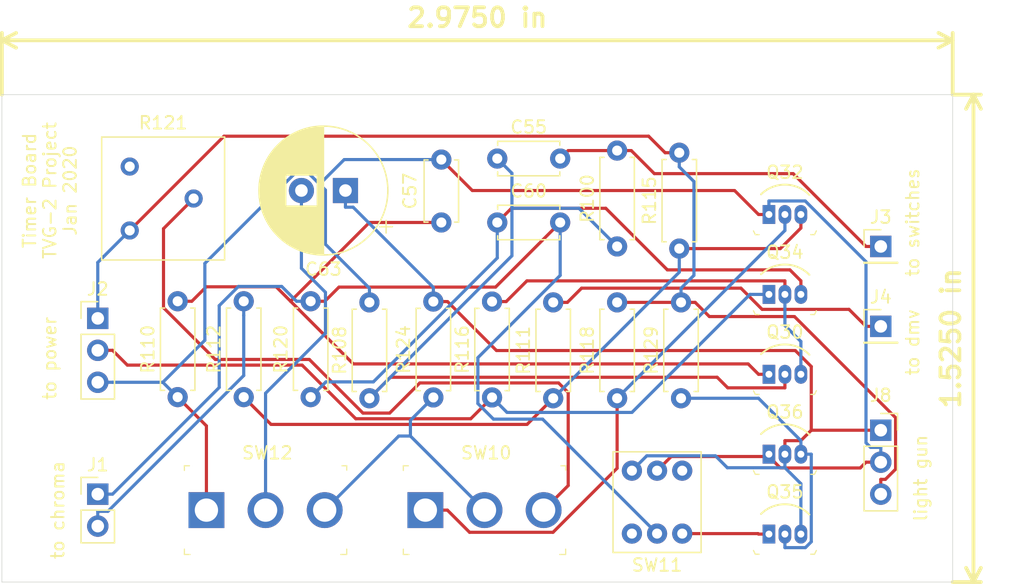
<source format=kicad_pcb>
(kicad_pcb (version 20171130) (host pcbnew "(5.0.0)")

  (general
    (thickness 1.6)
    (drawings 12)
    (tracks 206)
    (zones 0)
    (modules 29)
    (nets 22)
  )

  (page A4)
  (title_block
    (title TVG2)
    (date 2019-07-08)
    (rev v01)
  )

  (layers
    (0 F.Cu signal)
    (31 B.Cu signal)
    (32 B.Adhes user)
    (33 F.Adhes user)
    (34 B.Paste user)
    (35 F.Paste user)
    (36 B.SilkS user)
    (37 F.SilkS user)
    (38 B.Mask user)
    (39 F.Mask user)
    (40 Dwgs.User user)
    (41 Cmts.User user)
    (42 Eco1.User user)
    (43 Eco2.User user)
    (44 Edge.Cuts user)
    (45 Margin user)
    (46 B.CrtYd user)
    (47 F.CrtYd user)
    (48 B.Fab user)
    (49 F.Fab user hide)
  )

  (setup
    (last_trace_width 0.25)
    (user_trace_width 0.381)
    (trace_clearance 0.2)
    (zone_clearance 0.508)
    (zone_45_only no)
    (trace_min 0.2)
    (segment_width 0.2)
    (edge_width 0.05)
    (via_size 0.8)
    (via_drill 0.4)
    (via_min_size 0.4)
    (via_min_drill 0.3)
    (uvia_size 0.3)
    (uvia_drill 0.1)
    (uvias_allowed no)
    (uvia_min_size 0.2)
    (uvia_min_drill 0.1)
    (pcb_text_width 0.3)
    (pcb_text_size 1.5 1.5)
    (mod_edge_width 0.12)
    (mod_text_size 1 1)
    (mod_text_width 0.15)
    (pad_size 1.524 1.524)
    (pad_drill 0.762)
    (pad_to_mask_clearance 0.051)
    (solder_mask_min_width 0.25)
    (aux_axis_origin 0 0)
    (visible_elements 7FFFFFFF)
    (pcbplotparams
      (layerselection 0x010fc_ffffffff)
      (usegerberextensions false)
      (usegerberattributes false)
      (usegerberadvancedattributes false)
      (creategerberjobfile false)
      (excludeedgelayer true)
      (linewidth 0.100000)
      (plotframeref false)
      (viasonmask false)
      (mode 1)
      (useauxorigin false)
      (hpglpennumber 1)
      (hpglpenspeed 20)
      (hpglpendiameter 15.000000)
      (psnegative false)
      (psa4output false)
      (plotreference true)
      (plotvalue true)
      (plotinvisibletext false)
      (padsonsilk false)
      (subtractmaskfromsilk false)
      (outputformat 1)
      (mirror false)
      (drillshape 0)
      (scaleselection 1)
      (outputdirectory "gerbers/"))
  )

  (net 0 "")
  (net 1 "Net-(C55-Pad1)")
  (net 2 /N)
  (net 3 "Net-(C57-Pad1)")
  (net 4 "Net-(C60-Pad1)")
  (net 5 "Net-(C60-Pad2)")
  (net 6 "Net-(C63-Pad2)")
  (net 7 "Net-(C63-Pad1)")
  (net 8 /X)
  (net 9 "Net-(Q30-Pad3)")
  (net 10 "Net-(Q32-Pad2)")
  (net 11 "Net-(Q32-Pad3)")
  (net 12 "Net-(Q35-Pad2)")
  (net 13 "Net-(Q35-Pad1)")
  (net 14 "Net-(R121-Pad2)")
  (net 15 "Net-(R124-Pad1)")
  (net 16 "Net-(SW11-Pad4)")
  (net 17 "Net-(SW11-Pad3)")
  (net 18 /GND)
  (net 19 /Y)
  (net 20 /+9V)
  (net 21 /-9V)

  (net_class Default "This is the default net class."
    (clearance 0.2)
    (trace_width 0.25)
    (via_dia 0.8)
    (via_drill 0.4)
    (uvia_dia 0.3)
    (uvia_drill 0.1)
    (add_net /+9V)
    (add_net /-9V)
    (add_net /GND)
    (add_net /N)
    (add_net /X)
    (add_net /Y)
    (add_net "Net-(C55-Pad1)")
    (add_net "Net-(C57-Pad1)")
    (add_net "Net-(C60-Pad1)")
    (add_net "Net-(C60-Pad2)")
    (add_net "Net-(C63-Pad1)")
    (add_net "Net-(C63-Pad2)")
    (add_net "Net-(Q30-Pad3)")
    (add_net "Net-(Q32-Pad2)")
    (add_net "Net-(Q32-Pad3)")
    (add_net "Net-(Q35-Pad1)")
    (add_net "Net-(Q35-Pad2)")
    (add_net "Net-(R121-Pad2)")
    (add_net "Net-(R124-Pad1)")
    (add_net "Net-(SW11-Pad3)")
    (add_net "Net-(SW11-Pad4)")
  )

  (module Capacitor_THT:C_Disc_D4.7mm_W2.5mm_P5.00mm (layer F.Cu) (tedit 5AE50EF0) (tstamp 5E2A2585)
    (at 59.69 62.865)
    (descr "C, Disc series, Radial, pin pitch=5.00mm, , diameter*width=4.7*2.5mm^2, Capacitor, http://www.vishay.com/docs/45233/krseries.pdf")
    (tags "C Disc series Radial pin pitch 5.00mm  diameter 4.7mm width 2.5mm Capacitor")
    (path /5E6C54A4)
    (fp_text reference C55 (at 2.5 -2.5) (layer F.SilkS)
      (effects (font (size 1 1) (thickness 0.15)))
    )
    (fp_text value "270 pF" (at 2.5 2.5) (layer F.Fab)
      (effects (font (size 1 1) (thickness 0.15)))
    )
    (fp_text user %R (at 2.5 0) (layer F.Fab)
      (effects (font (size 0.94 0.94) (thickness 0.141)))
    )
    (fp_line (start 6.05 -1.5) (end -1.05 -1.5) (layer F.CrtYd) (width 0.05))
    (fp_line (start 6.05 1.5) (end 6.05 -1.5) (layer F.CrtYd) (width 0.05))
    (fp_line (start -1.05 1.5) (end 6.05 1.5) (layer F.CrtYd) (width 0.05))
    (fp_line (start -1.05 -1.5) (end -1.05 1.5) (layer F.CrtYd) (width 0.05))
    (fp_line (start 4.97 1.055) (end 4.97 1.37) (layer F.SilkS) (width 0.12))
    (fp_line (start 4.97 -1.37) (end 4.97 -1.055) (layer F.SilkS) (width 0.12))
    (fp_line (start 0.03 1.055) (end 0.03 1.37) (layer F.SilkS) (width 0.12))
    (fp_line (start 0.03 -1.37) (end 0.03 -1.055) (layer F.SilkS) (width 0.12))
    (fp_line (start 0.03 1.37) (end 4.97 1.37) (layer F.SilkS) (width 0.12))
    (fp_line (start 0.03 -1.37) (end 4.97 -1.37) (layer F.SilkS) (width 0.12))
    (fp_line (start 4.85 -1.25) (end 0.15 -1.25) (layer F.Fab) (width 0.1))
    (fp_line (start 4.85 1.25) (end 4.85 -1.25) (layer F.Fab) (width 0.1))
    (fp_line (start 0.15 1.25) (end 4.85 1.25) (layer F.Fab) (width 0.1))
    (fp_line (start 0.15 -1.25) (end 0.15 1.25) (layer F.Fab) (width 0.1))
    (pad 2 thru_hole circle (at 5 0) (size 1.6 1.6) (drill 0.8) (layers *.Cu *.Mask)
      (net 2 /N))
    (pad 1 thru_hole circle (at 0 0) (size 1.6 1.6) (drill 0.8) (layers *.Cu *.Mask)
      (net 1 "Net-(C55-Pad1)"))
    (model ${KISYS3DMOD}/Capacitor_THT.3dshapes/C_Disc_D4.7mm_W2.5mm_P5.00mm.wrl
      (at (xyz 0 0 0))
      (scale (xyz 1 1 1))
      (rotate (xyz 0 0 0))
    )
  )

  (module Capacitor_THT:C_Disc_D4.7mm_W2.5mm_P5.00mm (layer F.Cu) (tedit 5AE50EF0) (tstamp 5E2A259A)
    (at 55.245 67.945 90)
    (descr "C, Disc series, Radial, pin pitch=5.00mm, , diameter*width=4.7*2.5mm^2, Capacitor, http://www.vishay.com/docs/45233/krseries.pdf")
    (tags "C Disc series Radial pin pitch 5.00mm  diameter 4.7mm width 2.5mm Capacitor")
    (path /5E7041C0)
    (fp_text reference C57 (at 2.5 -2.5 90) (layer F.SilkS)
      (effects (font (size 1 1) (thickness 0.15)))
    )
    (fp_text value "56 pF" (at 2.5 2.5 90) (layer F.Fab)
      (effects (font (size 1 1) (thickness 0.15)))
    )
    (fp_line (start 0.15 -1.25) (end 0.15 1.25) (layer F.Fab) (width 0.1))
    (fp_line (start 0.15 1.25) (end 4.85 1.25) (layer F.Fab) (width 0.1))
    (fp_line (start 4.85 1.25) (end 4.85 -1.25) (layer F.Fab) (width 0.1))
    (fp_line (start 4.85 -1.25) (end 0.15 -1.25) (layer F.Fab) (width 0.1))
    (fp_line (start 0.03 -1.37) (end 4.97 -1.37) (layer F.SilkS) (width 0.12))
    (fp_line (start 0.03 1.37) (end 4.97 1.37) (layer F.SilkS) (width 0.12))
    (fp_line (start 0.03 -1.37) (end 0.03 -1.055) (layer F.SilkS) (width 0.12))
    (fp_line (start 0.03 1.055) (end 0.03 1.37) (layer F.SilkS) (width 0.12))
    (fp_line (start 4.97 -1.37) (end 4.97 -1.055) (layer F.SilkS) (width 0.12))
    (fp_line (start 4.97 1.055) (end 4.97 1.37) (layer F.SilkS) (width 0.12))
    (fp_line (start -1.05 -1.5) (end -1.05 1.5) (layer F.CrtYd) (width 0.05))
    (fp_line (start -1.05 1.5) (end 6.05 1.5) (layer F.CrtYd) (width 0.05))
    (fp_line (start 6.05 1.5) (end 6.05 -1.5) (layer F.CrtYd) (width 0.05))
    (fp_line (start 6.05 -1.5) (end -1.05 -1.5) (layer F.CrtYd) (width 0.05))
    (fp_text user %R (at 2.5 0 90) (layer F.Fab)
      (effects (font (size 0.94 0.94) (thickness 0.141)))
    )
    (pad 1 thru_hole circle (at 0 0 90) (size 1.6 1.6) (drill 0.8) (layers *.Cu *.Mask)
      (net 3 "Net-(C57-Pad1)"))
    (pad 2 thru_hole circle (at 5 0 90) (size 1.6 1.6) (drill 0.8) (layers *.Cu *.Mask)
      (net 18 /GND))
    (model ${KISYS3DMOD}/Capacitor_THT.3dshapes/C_Disc_D4.7mm_W2.5mm_P5.00mm.wrl
      (at (xyz 0 0 0))
      (scale (xyz 1 1 1))
      (rotate (xyz 0 0 0))
    )
  )

  (module Capacitor_THT:C_Disc_D4.7mm_W2.5mm_P5.00mm (layer F.Cu) (tedit 5AE50EF0) (tstamp 5E2A25AF)
    (at 59.69 67.945)
    (descr "C, Disc series, Radial, pin pitch=5.00mm, , diameter*width=4.7*2.5mm^2, Capacitor, http://www.vishay.com/docs/45233/krseries.pdf")
    (tags "C Disc series Radial pin pitch 5.00mm  diameter 4.7mm width 2.5mm Capacitor")
    (path /5E837A99)
    (fp_text reference C60 (at 2.5 -2.5) (layer F.SilkS)
      (effects (font (size 1 1) (thickness 0.15)))
    )
    (fp_text value "820 pF" (at 2.5 2.5) (layer F.Fab)
      (effects (font (size 1 1) (thickness 0.15)))
    )
    (fp_line (start 0.15 -1.25) (end 0.15 1.25) (layer F.Fab) (width 0.1))
    (fp_line (start 0.15 1.25) (end 4.85 1.25) (layer F.Fab) (width 0.1))
    (fp_line (start 4.85 1.25) (end 4.85 -1.25) (layer F.Fab) (width 0.1))
    (fp_line (start 4.85 -1.25) (end 0.15 -1.25) (layer F.Fab) (width 0.1))
    (fp_line (start 0.03 -1.37) (end 4.97 -1.37) (layer F.SilkS) (width 0.12))
    (fp_line (start 0.03 1.37) (end 4.97 1.37) (layer F.SilkS) (width 0.12))
    (fp_line (start 0.03 -1.37) (end 0.03 -1.055) (layer F.SilkS) (width 0.12))
    (fp_line (start 0.03 1.055) (end 0.03 1.37) (layer F.SilkS) (width 0.12))
    (fp_line (start 4.97 -1.37) (end 4.97 -1.055) (layer F.SilkS) (width 0.12))
    (fp_line (start 4.97 1.055) (end 4.97 1.37) (layer F.SilkS) (width 0.12))
    (fp_line (start -1.05 -1.5) (end -1.05 1.5) (layer F.CrtYd) (width 0.05))
    (fp_line (start -1.05 1.5) (end 6.05 1.5) (layer F.CrtYd) (width 0.05))
    (fp_line (start 6.05 1.5) (end 6.05 -1.5) (layer F.CrtYd) (width 0.05))
    (fp_line (start 6.05 -1.5) (end -1.05 -1.5) (layer F.CrtYd) (width 0.05))
    (fp_text user %R (at 2.5 0) (layer F.Fab)
      (effects (font (size 0.94 0.94) (thickness 0.141)))
    )
    (pad 1 thru_hole circle (at 0 0) (size 1.6 1.6) (drill 0.8) (layers *.Cu *.Mask)
      (net 4 "Net-(C60-Pad1)"))
    (pad 2 thru_hole circle (at 5 0) (size 1.6 1.6) (drill 0.8) (layers *.Cu *.Mask)
      (net 5 "Net-(C60-Pad2)"))
    (model ${KISYS3DMOD}/Capacitor_THT.3dshapes/C_Disc_D4.7mm_W2.5mm_P5.00mm.wrl
      (at (xyz 0 0 0))
      (scale (xyz 1 1 1))
      (rotate (xyz 0 0 0))
    )
  )

  (module Capacitor_THT:CP_Radial_D10.0mm_P3.50mm (layer F.Cu) (tedit 5AE50EF0) (tstamp 5E2A267B)
    (at 47.625 65.405 180)
    (descr "CP, Radial series, Radial, pin pitch=3.50mm, , diameter=10mm, Electrolytic Capacitor")
    (tags "CP Radial series Radial pin pitch 3.50mm  diameter 10mm Electrolytic Capacitor")
    (path /5D324006)
    (fp_text reference C63 (at 1.75 -6.25) (layer F.SilkS)
      (effects (font (size 1 1) (thickness 0.15)))
    )
    (fp_text value "100 uF" (at 1.75 6.25) (layer F.Fab)
      (effects (font (size 1 1) (thickness 0.15)))
    )
    (fp_circle (center 1.75 0) (end 6.75 0) (layer F.Fab) (width 0.1))
    (fp_circle (center 1.75 0) (end 6.87 0) (layer F.SilkS) (width 0.12))
    (fp_circle (center 1.75 0) (end 7 0) (layer F.CrtYd) (width 0.05))
    (fp_line (start -2.538861 -2.1875) (end -1.538861 -2.1875) (layer F.Fab) (width 0.1))
    (fp_line (start -2.038861 -2.6875) (end -2.038861 -1.6875) (layer F.Fab) (width 0.1))
    (fp_line (start 1.75 -5.08) (end 1.75 5.08) (layer F.SilkS) (width 0.12))
    (fp_line (start 1.79 -5.08) (end 1.79 5.08) (layer F.SilkS) (width 0.12))
    (fp_line (start 1.83 -5.08) (end 1.83 5.08) (layer F.SilkS) (width 0.12))
    (fp_line (start 1.87 -5.079) (end 1.87 5.079) (layer F.SilkS) (width 0.12))
    (fp_line (start 1.91 -5.078) (end 1.91 5.078) (layer F.SilkS) (width 0.12))
    (fp_line (start 1.95 -5.077) (end 1.95 5.077) (layer F.SilkS) (width 0.12))
    (fp_line (start 1.99 -5.075) (end 1.99 5.075) (layer F.SilkS) (width 0.12))
    (fp_line (start 2.03 -5.073) (end 2.03 5.073) (layer F.SilkS) (width 0.12))
    (fp_line (start 2.07 -5.07) (end 2.07 5.07) (layer F.SilkS) (width 0.12))
    (fp_line (start 2.11 -5.068) (end 2.11 5.068) (layer F.SilkS) (width 0.12))
    (fp_line (start 2.15 -5.065) (end 2.15 5.065) (layer F.SilkS) (width 0.12))
    (fp_line (start 2.19 -5.062) (end 2.19 5.062) (layer F.SilkS) (width 0.12))
    (fp_line (start 2.23 -5.058) (end 2.23 5.058) (layer F.SilkS) (width 0.12))
    (fp_line (start 2.27 -5.054) (end 2.27 -1.241) (layer F.SilkS) (width 0.12))
    (fp_line (start 2.27 1.241) (end 2.27 5.054) (layer F.SilkS) (width 0.12))
    (fp_line (start 2.31 -5.05) (end 2.31 -1.241) (layer F.SilkS) (width 0.12))
    (fp_line (start 2.31 1.241) (end 2.31 5.05) (layer F.SilkS) (width 0.12))
    (fp_line (start 2.35 -5.045) (end 2.35 -1.241) (layer F.SilkS) (width 0.12))
    (fp_line (start 2.35 1.241) (end 2.35 5.045) (layer F.SilkS) (width 0.12))
    (fp_line (start 2.39 -5.04) (end 2.39 -1.241) (layer F.SilkS) (width 0.12))
    (fp_line (start 2.39 1.241) (end 2.39 5.04) (layer F.SilkS) (width 0.12))
    (fp_line (start 2.43 -5.035) (end 2.43 -1.241) (layer F.SilkS) (width 0.12))
    (fp_line (start 2.43 1.241) (end 2.43 5.035) (layer F.SilkS) (width 0.12))
    (fp_line (start 2.471 -5.03) (end 2.471 -1.241) (layer F.SilkS) (width 0.12))
    (fp_line (start 2.471 1.241) (end 2.471 5.03) (layer F.SilkS) (width 0.12))
    (fp_line (start 2.511 -5.024) (end 2.511 -1.241) (layer F.SilkS) (width 0.12))
    (fp_line (start 2.511 1.241) (end 2.511 5.024) (layer F.SilkS) (width 0.12))
    (fp_line (start 2.551 -5.018) (end 2.551 -1.241) (layer F.SilkS) (width 0.12))
    (fp_line (start 2.551 1.241) (end 2.551 5.018) (layer F.SilkS) (width 0.12))
    (fp_line (start 2.591 -5.011) (end 2.591 -1.241) (layer F.SilkS) (width 0.12))
    (fp_line (start 2.591 1.241) (end 2.591 5.011) (layer F.SilkS) (width 0.12))
    (fp_line (start 2.631 -5.004) (end 2.631 -1.241) (layer F.SilkS) (width 0.12))
    (fp_line (start 2.631 1.241) (end 2.631 5.004) (layer F.SilkS) (width 0.12))
    (fp_line (start 2.671 -4.997) (end 2.671 -1.241) (layer F.SilkS) (width 0.12))
    (fp_line (start 2.671 1.241) (end 2.671 4.997) (layer F.SilkS) (width 0.12))
    (fp_line (start 2.711 -4.99) (end 2.711 -1.241) (layer F.SilkS) (width 0.12))
    (fp_line (start 2.711 1.241) (end 2.711 4.99) (layer F.SilkS) (width 0.12))
    (fp_line (start 2.751 -4.982) (end 2.751 -1.241) (layer F.SilkS) (width 0.12))
    (fp_line (start 2.751 1.241) (end 2.751 4.982) (layer F.SilkS) (width 0.12))
    (fp_line (start 2.791 -4.974) (end 2.791 -1.241) (layer F.SilkS) (width 0.12))
    (fp_line (start 2.791 1.241) (end 2.791 4.974) (layer F.SilkS) (width 0.12))
    (fp_line (start 2.831 -4.965) (end 2.831 -1.241) (layer F.SilkS) (width 0.12))
    (fp_line (start 2.831 1.241) (end 2.831 4.965) (layer F.SilkS) (width 0.12))
    (fp_line (start 2.871 -4.956) (end 2.871 -1.241) (layer F.SilkS) (width 0.12))
    (fp_line (start 2.871 1.241) (end 2.871 4.956) (layer F.SilkS) (width 0.12))
    (fp_line (start 2.911 -4.947) (end 2.911 -1.241) (layer F.SilkS) (width 0.12))
    (fp_line (start 2.911 1.241) (end 2.911 4.947) (layer F.SilkS) (width 0.12))
    (fp_line (start 2.951 -4.938) (end 2.951 -1.241) (layer F.SilkS) (width 0.12))
    (fp_line (start 2.951 1.241) (end 2.951 4.938) (layer F.SilkS) (width 0.12))
    (fp_line (start 2.991 -4.928) (end 2.991 -1.241) (layer F.SilkS) (width 0.12))
    (fp_line (start 2.991 1.241) (end 2.991 4.928) (layer F.SilkS) (width 0.12))
    (fp_line (start 3.031 -4.918) (end 3.031 -1.241) (layer F.SilkS) (width 0.12))
    (fp_line (start 3.031 1.241) (end 3.031 4.918) (layer F.SilkS) (width 0.12))
    (fp_line (start 3.071 -4.907) (end 3.071 -1.241) (layer F.SilkS) (width 0.12))
    (fp_line (start 3.071 1.241) (end 3.071 4.907) (layer F.SilkS) (width 0.12))
    (fp_line (start 3.111 -4.897) (end 3.111 -1.241) (layer F.SilkS) (width 0.12))
    (fp_line (start 3.111 1.241) (end 3.111 4.897) (layer F.SilkS) (width 0.12))
    (fp_line (start 3.151 -4.885) (end 3.151 -1.241) (layer F.SilkS) (width 0.12))
    (fp_line (start 3.151 1.241) (end 3.151 4.885) (layer F.SilkS) (width 0.12))
    (fp_line (start 3.191 -4.874) (end 3.191 -1.241) (layer F.SilkS) (width 0.12))
    (fp_line (start 3.191 1.241) (end 3.191 4.874) (layer F.SilkS) (width 0.12))
    (fp_line (start 3.231 -4.862) (end 3.231 -1.241) (layer F.SilkS) (width 0.12))
    (fp_line (start 3.231 1.241) (end 3.231 4.862) (layer F.SilkS) (width 0.12))
    (fp_line (start 3.271 -4.85) (end 3.271 -1.241) (layer F.SilkS) (width 0.12))
    (fp_line (start 3.271 1.241) (end 3.271 4.85) (layer F.SilkS) (width 0.12))
    (fp_line (start 3.311 -4.837) (end 3.311 -1.241) (layer F.SilkS) (width 0.12))
    (fp_line (start 3.311 1.241) (end 3.311 4.837) (layer F.SilkS) (width 0.12))
    (fp_line (start 3.351 -4.824) (end 3.351 -1.241) (layer F.SilkS) (width 0.12))
    (fp_line (start 3.351 1.241) (end 3.351 4.824) (layer F.SilkS) (width 0.12))
    (fp_line (start 3.391 -4.811) (end 3.391 -1.241) (layer F.SilkS) (width 0.12))
    (fp_line (start 3.391 1.241) (end 3.391 4.811) (layer F.SilkS) (width 0.12))
    (fp_line (start 3.431 -4.797) (end 3.431 -1.241) (layer F.SilkS) (width 0.12))
    (fp_line (start 3.431 1.241) (end 3.431 4.797) (layer F.SilkS) (width 0.12))
    (fp_line (start 3.471 -4.783) (end 3.471 -1.241) (layer F.SilkS) (width 0.12))
    (fp_line (start 3.471 1.241) (end 3.471 4.783) (layer F.SilkS) (width 0.12))
    (fp_line (start 3.511 -4.768) (end 3.511 -1.241) (layer F.SilkS) (width 0.12))
    (fp_line (start 3.511 1.241) (end 3.511 4.768) (layer F.SilkS) (width 0.12))
    (fp_line (start 3.551 -4.754) (end 3.551 -1.241) (layer F.SilkS) (width 0.12))
    (fp_line (start 3.551 1.241) (end 3.551 4.754) (layer F.SilkS) (width 0.12))
    (fp_line (start 3.591 -4.738) (end 3.591 -1.241) (layer F.SilkS) (width 0.12))
    (fp_line (start 3.591 1.241) (end 3.591 4.738) (layer F.SilkS) (width 0.12))
    (fp_line (start 3.631 -4.723) (end 3.631 -1.241) (layer F.SilkS) (width 0.12))
    (fp_line (start 3.631 1.241) (end 3.631 4.723) (layer F.SilkS) (width 0.12))
    (fp_line (start 3.671 -4.707) (end 3.671 -1.241) (layer F.SilkS) (width 0.12))
    (fp_line (start 3.671 1.241) (end 3.671 4.707) (layer F.SilkS) (width 0.12))
    (fp_line (start 3.711 -4.69) (end 3.711 -1.241) (layer F.SilkS) (width 0.12))
    (fp_line (start 3.711 1.241) (end 3.711 4.69) (layer F.SilkS) (width 0.12))
    (fp_line (start 3.751 -4.674) (end 3.751 -1.241) (layer F.SilkS) (width 0.12))
    (fp_line (start 3.751 1.241) (end 3.751 4.674) (layer F.SilkS) (width 0.12))
    (fp_line (start 3.791 -4.657) (end 3.791 -1.241) (layer F.SilkS) (width 0.12))
    (fp_line (start 3.791 1.241) (end 3.791 4.657) (layer F.SilkS) (width 0.12))
    (fp_line (start 3.831 -4.639) (end 3.831 -1.241) (layer F.SilkS) (width 0.12))
    (fp_line (start 3.831 1.241) (end 3.831 4.639) (layer F.SilkS) (width 0.12))
    (fp_line (start 3.871 -4.621) (end 3.871 -1.241) (layer F.SilkS) (width 0.12))
    (fp_line (start 3.871 1.241) (end 3.871 4.621) (layer F.SilkS) (width 0.12))
    (fp_line (start 3.911 -4.603) (end 3.911 -1.241) (layer F.SilkS) (width 0.12))
    (fp_line (start 3.911 1.241) (end 3.911 4.603) (layer F.SilkS) (width 0.12))
    (fp_line (start 3.951 -4.584) (end 3.951 -1.241) (layer F.SilkS) (width 0.12))
    (fp_line (start 3.951 1.241) (end 3.951 4.584) (layer F.SilkS) (width 0.12))
    (fp_line (start 3.991 -4.564) (end 3.991 -1.241) (layer F.SilkS) (width 0.12))
    (fp_line (start 3.991 1.241) (end 3.991 4.564) (layer F.SilkS) (width 0.12))
    (fp_line (start 4.031 -4.545) (end 4.031 -1.241) (layer F.SilkS) (width 0.12))
    (fp_line (start 4.031 1.241) (end 4.031 4.545) (layer F.SilkS) (width 0.12))
    (fp_line (start 4.071 -4.525) (end 4.071 -1.241) (layer F.SilkS) (width 0.12))
    (fp_line (start 4.071 1.241) (end 4.071 4.525) (layer F.SilkS) (width 0.12))
    (fp_line (start 4.111 -4.504) (end 4.111 -1.241) (layer F.SilkS) (width 0.12))
    (fp_line (start 4.111 1.241) (end 4.111 4.504) (layer F.SilkS) (width 0.12))
    (fp_line (start 4.151 -4.483) (end 4.151 -1.241) (layer F.SilkS) (width 0.12))
    (fp_line (start 4.151 1.241) (end 4.151 4.483) (layer F.SilkS) (width 0.12))
    (fp_line (start 4.191 -4.462) (end 4.191 -1.241) (layer F.SilkS) (width 0.12))
    (fp_line (start 4.191 1.241) (end 4.191 4.462) (layer F.SilkS) (width 0.12))
    (fp_line (start 4.231 -4.44) (end 4.231 -1.241) (layer F.SilkS) (width 0.12))
    (fp_line (start 4.231 1.241) (end 4.231 4.44) (layer F.SilkS) (width 0.12))
    (fp_line (start 4.271 -4.417) (end 4.271 -1.241) (layer F.SilkS) (width 0.12))
    (fp_line (start 4.271 1.241) (end 4.271 4.417) (layer F.SilkS) (width 0.12))
    (fp_line (start 4.311 -4.395) (end 4.311 -1.241) (layer F.SilkS) (width 0.12))
    (fp_line (start 4.311 1.241) (end 4.311 4.395) (layer F.SilkS) (width 0.12))
    (fp_line (start 4.351 -4.371) (end 4.351 -1.241) (layer F.SilkS) (width 0.12))
    (fp_line (start 4.351 1.241) (end 4.351 4.371) (layer F.SilkS) (width 0.12))
    (fp_line (start 4.391 -4.347) (end 4.391 -1.241) (layer F.SilkS) (width 0.12))
    (fp_line (start 4.391 1.241) (end 4.391 4.347) (layer F.SilkS) (width 0.12))
    (fp_line (start 4.431 -4.323) (end 4.431 -1.241) (layer F.SilkS) (width 0.12))
    (fp_line (start 4.431 1.241) (end 4.431 4.323) (layer F.SilkS) (width 0.12))
    (fp_line (start 4.471 -4.298) (end 4.471 -1.241) (layer F.SilkS) (width 0.12))
    (fp_line (start 4.471 1.241) (end 4.471 4.298) (layer F.SilkS) (width 0.12))
    (fp_line (start 4.511 -4.273) (end 4.511 -1.241) (layer F.SilkS) (width 0.12))
    (fp_line (start 4.511 1.241) (end 4.511 4.273) (layer F.SilkS) (width 0.12))
    (fp_line (start 4.551 -4.247) (end 4.551 -1.241) (layer F.SilkS) (width 0.12))
    (fp_line (start 4.551 1.241) (end 4.551 4.247) (layer F.SilkS) (width 0.12))
    (fp_line (start 4.591 -4.221) (end 4.591 -1.241) (layer F.SilkS) (width 0.12))
    (fp_line (start 4.591 1.241) (end 4.591 4.221) (layer F.SilkS) (width 0.12))
    (fp_line (start 4.631 -4.194) (end 4.631 -1.241) (layer F.SilkS) (width 0.12))
    (fp_line (start 4.631 1.241) (end 4.631 4.194) (layer F.SilkS) (width 0.12))
    (fp_line (start 4.671 -4.166) (end 4.671 -1.241) (layer F.SilkS) (width 0.12))
    (fp_line (start 4.671 1.241) (end 4.671 4.166) (layer F.SilkS) (width 0.12))
    (fp_line (start 4.711 -4.138) (end 4.711 -1.241) (layer F.SilkS) (width 0.12))
    (fp_line (start 4.711 1.241) (end 4.711 4.138) (layer F.SilkS) (width 0.12))
    (fp_line (start 4.751 -4.11) (end 4.751 4.11) (layer F.SilkS) (width 0.12))
    (fp_line (start 4.791 -4.08) (end 4.791 4.08) (layer F.SilkS) (width 0.12))
    (fp_line (start 4.831 -4.05) (end 4.831 4.05) (layer F.SilkS) (width 0.12))
    (fp_line (start 4.871 -4.02) (end 4.871 4.02) (layer F.SilkS) (width 0.12))
    (fp_line (start 4.911 -3.989) (end 4.911 3.989) (layer F.SilkS) (width 0.12))
    (fp_line (start 4.951 -3.957) (end 4.951 3.957) (layer F.SilkS) (width 0.12))
    (fp_line (start 4.991 -3.925) (end 4.991 3.925) (layer F.SilkS) (width 0.12))
    (fp_line (start 5.031 -3.892) (end 5.031 3.892) (layer F.SilkS) (width 0.12))
    (fp_line (start 5.071 -3.858) (end 5.071 3.858) (layer F.SilkS) (width 0.12))
    (fp_line (start 5.111 -3.824) (end 5.111 3.824) (layer F.SilkS) (width 0.12))
    (fp_line (start 5.151 -3.789) (end 5.151 3.789) (layer F.SilkS) (width 0.12))
    (fp_line (start 5.191 -3.753) (end 5.191 3.753) (layer F.SilkS) (width 0.12))
    (fp_line (start 5.231 -3.716) (end 5.231 3.716) (layer F.SilkS) (width 0.12))
    (fp_line (start 5.271 -3.679) (end 5.271 3.679) (layer F.SilkS) (width 0.12))
    (fp_line (start 5.311 -3.64) (end 5.311 3.64) (layer F.SilkS) (width 0.12))
    (fp_line (start 5.351 -3.601) (end 5.351 3.601) (layer F.SilkS) (width 0.12))
    (fp_line (start 5.391 -3.561) (end 5.391 3.561) (layer F.SilkS) (width 0.12))
    (fp_line (start 5.431 -3.52) (end 5.431 3.52) (layer F.SilkS) (width 0.12))
    (fp_line (start 5.471 -3.478) (end 5.471 3.478) (layer F.SilkS) (width 0.12))
    (fp_line (start 5.511 -3.436) (end 5.511 3.436) (layer F.SilkS) (width 0.12))
    (fp_line (start 5.551 -3.392) (end 5.551 3.392) (layer F.SilkS) (width 0.12))
    (fp_line (start 5.591 -3.347) (end 5.591 3.347) (layer F.SilkS) (width 0.12))
    (fp_line (start 5.631 -3.301) (end 5.631 3.301) (layer F.SilkS) (width 0.12))
    (fp_line (start 5.671 -3.254) (end 5.671 3.254) (layer F.SilkS) (width 0.12))
    (fp_line (start 5.711 -3.206) (end 5.711 3.206) (layer F.SilkS) (width 0.12))
    (fp_line (start 5.751 -3.156) (end 5.751 3.156) (layer F.SilkS) (width 0.12))
    (fp_line (start 5.791 -3.106) (end 5.791 3.106) (layer F.SilkS) (width 0.12))
    (fp_line (start 5.831 -3.054) (end 5.831 3.054) (layer F.SilkS) (width 0.12))
    (fp_line (start 5.871 -3) (end 5.871 3) (layer F.SilkS) (width 0.12))
    (fp_line (start 5.911 -2.945) (end 5.911 2.945) (layer F.SilkS) (width 0.12))
    (fp_line (start 5.951 -2.889) (end 5.951 2.889) (layer F.SilkS) (width 0.12))
    (fp_line (start 5.991 -2.83) (end 5.991 2.83) (layer F.SilkS) (width 0.12))
    (fp_line (start 6.031 -2.77) (end 6.031 2.77) (layer F.SilkS) (width 0.12))
    (fp_line (start 6.071 -2.709) (end 6.071 2.709) (layer F.SilkS) (width 0.12))
    (fp_line (start 6.111 -2.645) (end 6.111 2.645) (layer F.SilkS) (width 0.12))
    (fp_line (start 6.151 -2.579) (end 6.151 2.579) (layer F.SilkS) (width 0.12))
    (fp_line (start 6.191 -2.51) (end 6.191 2.51) (layer F.SilkS) (width 0.12))
    (fp_line (start 6.231 -2.439) (end 6.231 2.439) (layer F.SilkS) (width 0.12))
    (fp_line (start 6.271 -2.365) (end 6.271 2.365) (layer F.SilkS) (width 0.12))
    (fp_line (start 6.311 -2.289) (end 6.311 2.289) (layer F.SilkS) (width 0.12))
    (fp_line (start 6.351 -2.209) (end 6.351 2.209) (layer F.SilkS) (width 0.12))
    (fp_line (start 6.391 -2.125) (end 6.391 2.125) (layer F.SilkS) (width 0.12))
    (fp_line (start 6.431 -2.037) (end 6.431 2.037) (layer F.SilkS) (width 0.12))
    (fp_line (start 6.471 -1.944) (end 6.471 1.944) (layer F.SilkS) (width 0.12))
    (fp_line (start 6.511 -1.846) (end 6.511 1.846) (layer F.SilkS) (width 0.12))
    (fp_line (start 6.551 -1.742) (end 6.551 1.742) (layer F.SilkS) (width 0.12))
    (fp_line (start 6.591 -1.63) (end 6.591 1.63) (layer F.SilkS) (width 0.12))
    (fp_line (start 6.631 -1.51) (end 6.631 1.51) (layer F.SilkS) (width 0.12))
    (fp_line (start 6.671 -1.378) (end 6.671 1.378) (layer F.SilkS) (width 0.12))
    (fp_line (start 6.711 -1.23) (end 6.711 1.23) (layer F.SilkS) (width 0.12))
    (fp_line (start 6.751 -1.062) (end 6.751 1.062) (layer F.SilkS) (width 0.12))
    (fp_line (start 6.791 -0.862) (end 6.791 0.862) (layer F.SilkS) (width 0.12))
    (fp_line (start 6.831 -0.599) (end 6.831 0.599) (layer F.SilkS) (width 0.12))
    (fp_line (start -3.729646 -2.875) (end -2.729646 -2.875) (layer F.SilkS) (width 0.12))
    (fp_line (start -3.229646 -3.375) (end -3.229646 -2.375) (layer F.SilkS) (width 0.12))
    (fp_text user %R (at 1.75 0) (layer F.Fab)
      (effects (font (size 1 1) (thickness 0.15)))
    )
    (pad 1 thru_hole rect (at 0 0 180) (size 2 2) (drill 1) (layers *.Cu *.Mask)
      (net 7 "Net-(C63-Pad1)"))
    (pad 2 thru_hole circle (at 3.5 0 180) (size 2 2) (drill 1) (layers *.Cu *.Mask)
      (net 6 "Net-(C63-Pad2)"))
    (model ${KISYS3DMOD}/Capacitor_THT.3dshapes/CP_Radial_D10.0mm_P3.50mm.wrl
      (at (xyz 0 0 0))
      (scale (xyz 1 1 1))
      (rotate (xyz 0 0 0))
    )
  )

  (module Connector_PinHeader_2.54mm:PinHeader_1x02_P2.54mm_Vertical (layer F.Cu) (tedit 59FED5CC) (tstamp 5E2A2691)
    (at 27.94 89.535)
    (descr "Through hole straight pin header, 1x02, 2.54mm pitch, single row")
    (tags "Through hole pin header THT 1x02 2.54mm single row")
    (path /5E3B9B33)
    (fp_text reference J1 (at 0 -2.33) (layer F.SilkS)
      (effects (font (size 1 1) (thickness 0.15)))
    )
    (fp_text value to_chroma (at 0 4.87) (layer F.Fab)
      (effects (font (size 1 1) (thickness 0.15)))
    )
    (fp_line (start -0.635 -1.27) (end 1.27 -1.27) (layer F.Fab) (width 0.1))
    (fp_line (start 1.27 -1.27) (end 1.27 3.81) (layer F.Fab) (width 0.1))
    (fp_line (start 1.27 3.81) (end -1.27 3.81) (layer F.Fab) (width 0.1))
    (fp_line (start -1.27 3.81) (end -1.27 -0.635) (layer F.Fab) (width 0.1))
    (fp_line (start -1.27 -0.635) (end -0.635 -1.27) (layer F.Fab) (width 0.1))
    (fp_line (start -1.33 3.87) (end 1.33 3.87) (layer F.SilkS) (width 0.12))
    (fp_line (start -1.33 1.27) (end -1.33 3.87) (layer F.SilkS) (width 0.12))
    (fp_line (start 1.33 1.27) (end 1.33 3.87) (layer F.SilkS) (width 0.12))
    (fp_line (start -1.33 1.27) (end 1.33 1.27) (layer F.SilkS) (width 0.12))
    (fp_line (start -1.33 0) (end -1.33 -1.33) (layer F.SilkS) (width 0.12))
    (fp_line (start -1.33 -1.33) (end 0 -1.33) (layer F.SilkS) (width 0.12))
    (fp_line (start -1.8 -1.8) (end -1.8 4.35) (layer F.CrtYd) (width 0.05))
    (fp_line (start -1.8 4.35) (end 1.8 4.35) (layer F.CrtYd) (width 0.05))
    (fp_line (start 1.8 4.35) (end 1.8 -1.8) (layer F.CrtYd) (width 0.05))
    (fp_line (start 1.8 -1.8) (end -1.8 -1.8) (layer F.CrtYd) (width 0.05))
    (fp_text user %R (at 0 1.27 90) (layer F.Fab)
      (effects (font (size 1 1) (thickness 0.15)))
    )
    (pad 1 thru_hole rect (at 0 0) (size 1.7 1.7) (drill 1) (layers *.Cu *.Mask)
      (net 5 "Net-(C60-Pad2)"))
    (pad 2 thru_hole oval (at 0 2.54) (size 1.7 1.7) (drill 1) (layers *.Cu *.Mask)
      (net 19 /Y))
    (model ${KISYS3DMOD}/Connector_PinHeader_2.54mm.3dshapes/PinHeader_1x02_P2.54mm_Vertical.wrl
      (at (xyz 0 0 0))
      (scale (xyz 1 1 1))
      (rotate (xyz 0 0 0))
    )
  )

  (module Connector_PinHeader_2.54mm:PinHeader_1x03_P2.54mm_Vertical (layer F.Cu) (tedit 59FED5CC) (tstamp 5E2A26A8)
    (at 27.94 75.565)
    (descr "Through hole straight pin header, 1x03, 2.54mm pitch, single row")
    (tags "Through hole pin header THT 1x03 2.54mm single row")
    (path /5E3B8A34)
    (fp_text reference J2 (at 0 -2.33) (layer F.SilkS)
      (effects (font (size 1 1) (thickness 0.15)))
    )
    (fp_text value from_power (at 0 7.41) (layer F.Fab)
      (effects (font (size 1 1) (thickness 0.15)))
    )
    (fp_line (start -0.635 -1.27) (end 1.27 -1.27) (layer F.Fab) (width 0.1))
    (fp_line (start 1.27 -1.27) (end 1.27 6.35) (layer F.Fab) (width 0.1))
    (fp_line (start 1.27 6.35) (end -1.27 6.35) (layer F.Fab) (width 0.1))
    (fp_line (start -1.27 6.35) (end -1.27 -0.635) (layer F.Fab) (width 0.1))
    (fp_line (start -1.27 -0.635) (end -0.635 -1.27) (layer F.Fab) (width 0.1))
    (fp_line (start -1.33 6.41) (end 1.33 6.41) (layer F.SilkS) (width 0.12))
    (fp_line (start -1.33 1.27) (end -1.33 6.41) (layer F.SilkS) (width 0.12))
    (fp_line (start 1.33 1.27) (end 1.33 6.41) (layer F.SilkS) (width 0.12))
    (fp_line (start -1.33 1.27) (end 1.33 1.27) (layer F.SilkS) (width 0.12))
    (fp_line (start -1.33 0) (end -1.33 -1.33) (layer F.SilkS) (width 0.12))
    (fp_line (start -1.33 -1.33) (end 0 -1.33) (layer F.SilkS) (width 0.12))
    (fp_line (start -1.8 -1.8) (end -1.8 6.85) (layer F.CrtYd) (width 0.05))
    (fp_line (start -1.8 6.85) (end 1.8 6.85) (layer F.CrtYd) (width 0.05))
    (fp_line (start 1.8 6.85) (end 1.8 -1.8) (layer F.CrtYd) (width 0.05))
    (fp_line (start 1.8 -1.8) (end -1.8 -1.8) (layer F.CrtYd) (width 0.05))
    (fp_text user %R (at 0 2.54 90) (layer F.Fab)
      (effects (font (size 1 1) (thickness 0.15)))
    )
    (pad 1 thru_hole rect (at 0 0) (size 1.7 1.7) (drill 1) (layers *.Cu *.Mask)
      (net 20 /+9V))
    (pad 2 thru_hole oval (at 0 2.54) (size 1.7 1.7) (drill 1) (layers *.Cu *.Mask)
      (net 21 /-9V))
    (pad 3 thru_hole oval (at 0 5.08) (size 1.7 1.7) (drill 1) (layers *.Cu *.Mask)
      (net 18 /GND))
    (model ${KISYS3DMOD}/Connector_PinHeader_2.54mm.3dshapes/PinHeader_1x03_P2.54mm_Vertical.wrl
      (at (xyz 0 0 0))
      (scale (xyz 1 1 1))
      (rotate (xyz 0 0 0))
    )
  )

  (module Connector_PinHeader_2.54mm:PinHeader_1x01_P2.54mm_Vertical (layer F.Cu) (tedit 59FED5CC) (tstamp 5E2A26BD)
    (at 90.17 69.85)
    (descr "Through hole straight pin header, 1x01, 2.54mm pitch, single row")
    (tags "Through hole pin header THT 1x01 2.54mm single row")
    (path /5E3BA47D)
    (fp_text reference J3 (at 0 -2.33) (layer F.SilkS)
      (effects (font (size 1 1) (thickness 0.15)))
    )
    (fp_text value to_switches (at 0 2.33) (layer F.Fab)
      (effects (font (size 1 1) (thickness 0.15)))
    )
    (fp_line (start -0.635 -1.27) (end 1.27 -1.27) (layer F.Fab) (width 0.1))
    (fp_line (start 1.27 -1.27) (end 1.27 1.27) (layer F.Fab) (width 0.1))
    (fp_line (start 1.27 1.27) (end -1.27 1.27) (layer F.Fab) (width 0.1))
    (fp_line (start -1.27 1.27) (end -1.27 -0.635) (layer F.Fab) (width 0.1))
    (fp_line (start -1.27 -0.635) (end -0.635 -1.27) (layer F.Fab) (width 0.1))
    (fp_line (start -1.33 1.33) (end 1.33 1.33) (layer F.SilkS) (width 0.12))
    (fp_line (start -1.33 1.27) (end -1.33 1.33) (layer F.SilkS) (width 0.12))
    (fp_line (start 1.33 1.27) (end 1.33 1.33) (layer F.SilkS) (width 0.12))
    (fp_line (start -1.33 1.27) (end 1.33 1.27) (layer F.SilkS) (width 0.12))
    (fp_line (start -1.33 0) (end -1.33 -1.33) (layer F.SilkS) (width 0.12))
    (fp_line (start -1.33 -1.33) (end 0 -1.33) (layer F.SilkS) (width 0.12))
    (fp_line (start -1.8 -1.8) (end -1.8 1.8) (layer F.CrtYd) (width 0.05))
    (fp_line (start -1.8 1.8) (end 1.8 1.8) (layer F.CrtYd) (width 0.05))
    (fp_line (start 1.8 1.8) (end 1.8 -1.8) (layer F.CrtYd) (width 0.05))
    (fp_line (start 1.8 -1.8) (end -1.8 -1.8) (layer F.CrtYd) (width 0.05))
    (fp_text user %R (at 0 0 90) (layer F.Fab)
      (effects (font (size 1 1) (thickness 0.15)))
    )
    (pad 1 thru_hole rect (at 0 0) (size 1.7 1.7) (drill 1) (layers *.Cu *.Mask)
      (net 2 /N))
    (model ${KISYS3DMOD}/Connector_PinHeader_2.54mm.3dshapes/PinHeader_1x01_P2.54mm_Vertical.wrl
      (at (xyz 0 0 0))
      (scale (xyz 1 1 1))
      (rotate (xyz 0 0 0))
    )
  )

  (module Connector_PinHeader_2.54mm:PinHeader_1x01_P2.54mm_Vertical (layer F.Cu) (tedit 59FED5CC) (tstamp 5E2A26D2)
    (at 90.17 76.2)
    (descr "Through hole straight pin header, 1x01, 2.54mm pitch, single row")
    (tags "Through hole pin header THT 1x01 2.54mm single row")
    (path /5E3BABB6)
    (fp_text reference J4 (at 0 -2.33) (layer F.SilkS)
      (effects (font (size 1 1) (thickness 0.15)))
    )
    (fp_text value to_dmv (at 0 2.33) (layer F.Fab)
      (effects (font (size 1 1) (thickness 0.15)))
    )
    (fp_text user %R (at 0 0 90) (layer F.Fab)
      (effects (font (size 1 1) (thickness 0.15)))
    )
    (fp_line (start 1.8 -1.8) (end -1.8 -1.8) (layer F.CrtYd) (width 0.05))
    (fp_line (start 1.8 1.8) (end 1.8 -1.8) (layer F.CrtYd) (width 0.05))
    (fp_line (start -1.8 1.8) (end 1.8 1.8) (layer F.CrtYd) (width 0.05))
    (fp_line (start -1.8 -1.8) (end -1.8 1.8) (layer F.CrtYd) (width 0.05))
    (fp_line (start -1.33 -1.33) (end 0 -1.33) (layer F.SilkS) (width 0.12))
    (fp_line (start -1.33 0) (end -1.33 -1.33) (layer F.SilkS) (width 0.12))
    (fp_line (start -1.33 1.27) (end 1.33 1.27) (layer F.SilkS) (width 0.12))
    (fp_line (start 1.33 1.27) (end 1.33 1.33) (layer F.SilkS) (width 0.12))
    (fp_line (start -1.33 1.27) (end -1.33 1.33) (layer F.SilkS) (width 0.12))
    (fp_line (start -1.33 1.33) (end 1.33 1.33) (layer F.SilkS) (width 0.12))
    (fp_line (start -1.27 -0.635) (end -0.635 -1.27) (layer F.Fab) (width 0.1))
    (fp_line (start -1.27 1.27) (end -1.27 -0.635) (layer F.Fab) (width 0.1))
    (fp_line (start 1.27 1.27) (end -1.27 1.27) (layer F.Fab) (width 0.1))
    (fp_line (start 1.27 -1.27) (end 1.27 1.27) (layer F.Fab) (width 0.1))
    (fp_line (start -0.635 -1.27) (end 1.27 -1.27) (layer F.Fab) (width 0.1))
    (pad 1 thru_hole rect (at 0 0) (size 1.7 1.7) (drill 1) (layers *.Cu *.Mask)
      (net 8 /X))
    (model ${KISYS3DMOD}/Connector_PinHeader_2.54mm.3dshapes/PinHeader_1x01_P2.54mm_Vertical.wrl
      (at (xyz 0 0 0))
      (scale (xyz 1 1 1))
      (rotate (xyz 0 0 0))
    )
  )

  (module Connector_PinSocket_2.54mm:PinSocket_1x03_P2.54mm_Vertical (layer F.Cu) (tedit 5A19A429) (tstamp 5E2A26E9)
    (at 90.17 84.455)
    (descr "Through hole straight socket strip, 1x03, 2.54mm pitch, single row (from Kicad 4.0.7), script generated")
    (tags "Through hole socket strip THT 1x03 2.54mm single row")
    (path /5D5F089F)
    (fp_text reference J8 (at 0 -2.77) (layer F.SilkS)
      (effects (font (size 1 1) (thickness 0.15)))
    )
    (fp_text value Conn_01x03_Female (at 0 7.85) (layer F.Fab)
      (effects (font (size 1 1) (thickness 0.15)))
    )
    (fp_line (start -1.27 -1.27) (end 0.635 -1.27) (layer F.Fab) (width 0.1))
    (fp_line (start 0.635 -1.27) (end 1.27 -0.635) (layer F.Fab) (width 0.1))
    (fp_line (start 1.27 -0.635) (end 1.27 6.35) (layer F.Fab) (width 0.1))
    (fp_line (start 1.27 6.35) (end -1.27 6.35) (layer F.Fab) (width 0.1))
    (fp_line (start -1.27 6.35) (end -1.27 -1.27) (layer F.Fab) (width 0.1))
    (fp_line (start -1.33 1.27) (end 1.33 1.27) (layer F.SilkS) (width 0.12))
    (fp_line (start -1.33 1.27) (end -1.33 6.41) (layer F.SilkS) (width 0.12))
    (fp_line (start -1.33 6.41) (end 1.33 6.41) (layer F.SilkS) (width 0.12))
    (fp_line (start 1.33 1.27) (end 1.33 6.41) (layer F.SilkS) (width 0.12))
    (fp_line (start 1.33 -1.33) (end 1.33 0) (layer F.SilkS) (width 0.12))
    (fp_line (start 0 -1.33) (end 1.33 -1.33) (layer F.SilkS) (width 0.12))
    (fp_line (start -1.8 -1.8) (end 1.75 -1.8) (layer F.CrtYd) (width 0.05))
    (fp_line (start 1.75 -1.8) (end 1.75 6.85) (layer F.CrtYd) (width 0.05))
    (fp_line (start 1.75 6.85) (end -1.8 6.85) (layer F.CrtYd) (width 0.05))
    (fp_line (start -1.8 6.85) (end -1.8 -1.8) (layer F.CrtYd) (width 0.05))
    (fp_text user %R (at 0 2.54 90) (layer F.Fab)
      (effects (font (size 1 1) (thickness 0.15)))
    )
    (pad 1 thru_hole rect (at 0 0) (size 1.7 1.7) (drill 1) (layers *.Cu *.Mask)
      (net 7 "Net-(C63-Pad1)"))
    (pad 2 thru_hole oval (at 0 2.54) (size 1.7 1.7) (drill 1) (layers *.Cu *.Mask)
      (net 18 /GND))
    (pad 3 thru_hole oval (at 0 5.08) (size 1.7 1.7) (drill 1) (layers *.Cu *.Mask)
      (net 20 /+9V))
    (model ${KISYS3DMOD}/Connector_PinSocket_2.54mm.3dshapes/PinSocket_1x03_P2.54mm_Vertical.wrl
      (at (xyz 0 0 0))
      (scale (xyz 1 1 1))
      (rotate (xyz 0 0 0))
    )
  )

  (module digikey-footprints:TO-92-3 (layer F.Cu) (tedit 5AF9CDD1) (tstamp 5E2A26FD)
    (at 81.28 80.01)
    (descr http://www.ti.com/lit/ds/symlink/tl431a.pdf)
    (path /5E6C6CF5)
    (fp_text reference Q30 (at 1.27 -3.35) (layer F.SilkS)
      (effects (font (size 1 1) (thickness 0.15)))
    )
    (fp_text value 2N2907 (at 1.27 2.5) (layer F.Fab)
      (effects (font (size 1 1) (thickness 0.15)))
    )
    (fp_arc (start 1.27 0.35) (end -0.63 -1.6) (angle 90) (layer F.SilkS) (width 0.15))
    (fp_line (start 3.57 1.5) (end -1.03 1.5) (layer F.Fab) (width 0.15))
    (fp_arc (start 1.27 0.3) (end -1.03 1.5) (angle 235) (layer F.Fab) (width 0.15))
    (fp_arc (start 1.27 0.3) (end -1.33 0.3) (angle 90) (layer F.Fab) (width 0.15))
    (fp_line (start -1.63 -2.5) (end 4.17 -2.5) (layer F.CrtYd) (width 0.05))
    (fp_line (start -1.63 1.75) (end 4.17 1.75) (layer F.CrtYd) (width 0.05))
    (fp_line (start -1.63 1.75) (end -1.63 -2.5) (layer F.CrtYd) (width 0.05))
    (fp_line (start 4.17 1.75) (end 4.17 -2.5) (layer F.CrtYd) (width 0.05))
    (fp_line (start 3.62 1.6) (end 3.77 1.3) (layer F.SilkS) (width 0.1))
    (fp_line (start 3.62 1.6) (end 3.32 1.6) (layer F.SilkS) (width 0.1))
    (fp_line (start -0.78 1.6) (end -1.08 1.6) (layer F.SilkS) (width 0.1))
    (fp_line (start -1.08 1.6) (end -1.23 1.3) (layer F.SilkS) (width 0.1))
    (fp_text user %R (at 1.27 -1.25 180) (layer F.Fab)
      (effects (font (size 0.75 0.75) (thickness 0.15)))
    )
    (pad 2 thru_hole oval (at 1.27 0 180) (size 1 1.5) (drill 0.55) (layers *.Cu *.Mask)
      (net 1 "Net-(C55-Pad1)"))
    (pad 3 thru_hole oval (at 2.54 0 180) (size 1 1.5) (drill 0.55) (layers *.Cu *.Mask)
      (net 9 "Net-(Q30-Pad3)"))
    (pad 1 thru_hole rect (at 0 0 180) (size 1 1.5) (drill 0.55) (layers *.Cu *.Mask)
      (net 3 "Net-(C57-Pad1)"))
  )

  (module digikey-footprints:TO-92-3 (layer F.Cu) (tedit 5AF9CDD1) (tstamp 5E2A2711)
    (at 81.28 67.31)
    (descr http://www.ti.com/lit/ds/symlink/tl431a.pdf)
    (path /5E2786A2)
    (fp_text reference Q32 (at 1.27 -3.35) (layer F.SilkS)
      (effects (font (size 1 1) (thickness 0.15)))
    )
    (fp_text value 2N3904 (at 1.27 2.5) (layer F.Fab)
      (effects (font (size 1 1) (thickness 0.15)))
    )
    (fp_arc (start 1.27 0.35) (end -0.63 -1.6) (angle 90) (layer F.SilkS) (width 0.15))
    (fp_line (start 3.57 1.5) (end -1.03 1.5) (layer F.Fab) (width 0.15))
    (fp_arc (start 1.27 0.3) (end -1.03 1.5) (angle 235) (layer F.Fab) (width 0.15))
    (fp_arc (start 1.27 0.3) (end -1.33 0.3) (angle 90) (layer F.Fab) (width 0.15))
    (fp_line (start -1.63 -2.5) (end 4.17 -2.5) (layer F.CrtYd) (width 0.05))
    (fp_line (start -1.63 1.75) (end 4.17 1.75) (layer F.CrtYd) (width 0.05))
    (fp_line (start -1.63 1.75) (end -1.63 -2.5) (layer F.CrtYd) (width 0.05))
    (fp_line (start 4.17 1.75) (end 4.17 -2.5) (layer F.CrtYd) (width 0.05))
    (fp_line (start 3.62 1.6) (end 3.77 1.3) (layer F.SilkS) (width 0.1))
    (fp_line (start 3.62 1.6) (end 3.32 1.6) (layer F.SilkS) (width 0.1))
    (fp_line (start -0.78 1.6) (end -1.08 1.6) (layer F.SilkS) (width 0.1))
    (fp_line (start -1.08 1.6) (end -1.23 1.3) (layer F.SilkS) (width 0.1))
    (fp_text user %R (at 1.27 -1.25 180) (layer F.Fab)
      (effects (font (size 0.75 0.75) (thickness 0.15)))
    )
    (pad 2 thru_hole oval (at 1.27 0 180) (size 1 1.5) (drill 0.55) (layers *.Cu *.Mask)
      (net 10 "Net-(Q32-Pad2)"))
    (pad 3 thru_hole oval (at 2.54 0 180) (size 1 1.5) (drill 0.55) (layers *.Cu *.Mask)
      (net 11 "Net-(Q32-Pad3)"))
    (pad 1 thru_hole rect (at 0 0 180) (size 1 1.5) (drill 0.55) (layers *.Cu *.Mask)
      (net 18 /GND))
  )

  (module digikey-footprints:TO-92-3 (layer F.Cu) (tedit 5AF9CDD1) (tstamp 5E2A2725)
    (at 81.28 73.66)
    (descr http://www.ti.com/lit/ds/symlink/tl431a.pdf)
    (path /5E20F154)
    (fp_text reference Q34 (at 1.27 -3.35) (layer F.SilkS)
      (effects (font (size 1 1) (thickness 0.15)))
    )
    (fp_text value 2N718 (at 1.27 2.5) (layer F.Fab)
      (effects (font (size 1 1) (thickness 0.15)))
    )
    (fp_arc (start 1.27 0.35) (end -0.63 -1.6) (angle 90) (layer F.SilkS) (width 0.15))
    (fp_line (start 3.57 1.5) (end -1.03 1.5) (layer F.Fab) (width 0.15))
    (fp_arc (start 1.27 0.3) (end -1.03 1.5) (angle 235) (layer F.Fab) (width 0.15))
    (fp_arc (start 1.27 0.3) (end -1.33 0.3) (angle 90) (layer F.Fab) (width 0.15))
    (fp_line (start -1.63 -2.5) (end 4.17 -2.5) (layer F.CrtYd) (width 0.05))
    (fp_line (start -1.63 1.75) (end 4.17 1.75) (layer F.CrtYd) (width 0.05))
    (fp_line (start -1.63 1.75) (end -1.63 -2.5) (layer F.CrtYd) (width 0.05))
    (fp_line (start 4.17 1.75) (end 4.17 -2.5) (layer F.CrtYd) (width 0.05))
    (fp_line (start 3.62 1.6) (end 3.77 1.3) (layer F.SilkS) (width 0.1))
    (fp_line (start 3.62 1.6) (end 3.32 1.6) (layer F.SilkS) (width 0.1))
    (fp_line (start -0.78 1.6) (end -1.08 1.6) (layer F.SilkS) (width 0.1))
    (fp_line (start -1.08 1.6) (end -1.23 1.3) (layer F.SilkS) (width 0.1))
    (fp_text user %R (at 1.27 -1.25 180) (layer F.Fab)
      (effects (font (size 0.75 0.75) (thickness 0.15)))
    )
    (pad 2 thru_hole oval (at 1.27 0 180) (size 1 1.5) (drill 0.55) (layers *.Cu *.Mask)
      (net 9 "Net-(Q30-Pad3)"))
    (pad 3 thru_hole oval (at 2.54 0 180) (size 1 1.5) (drill 0.55) (layers *.Cu *.Mask)
      (net 4 "Net-(C60-Pad1)"))
    (pad 1 thru_hole rect (at 0 0 180) (size 1 1.5) (drill 0.55) (layers *.Cu *.Mask)
      (net 21 /-9V))
  )

  (module digikey-footprints:TO-92-3 (layer F.Cu) (tedit 5AF9CDD1) (tstamp 5E2A2739)
    (at 81.28 92.71)
    (descr http://www.ti.com/lit/ds/symlink/tl431a.pdf)
    (path /5D728910)
    (fp_text reference Q35 (at 1.27 -3.35) (layer F.SilkS)
      (effects (font (size 1 1) (thickness 0.15)))
    )
    (fp_text value 2N3906 (at 1.27 2.5) (layer F.Fab)
      (effects (font (size 1 1) (thickness 0.15)))
    )
    (fp_text user %R (at 1.27 -1.25 180) (layer F.Fab)
      (effects (font (size 0.75 0.75) (thickness 0.15)))
    )
    (fp_line (start -1.08 1.6) (end -1.23 1.3) (layer F.SilkS) (width 0.1))
    (fp_line (start -0.78 1.6) (end -1.08 1.6) (layer F.SilkS) (width 0.1))
    (fp_line (start 3.62 1.6) (end 3.32 1.6) (layer F.SilkS) (width 0.1))
    (fp_line (start 3.62 1.6) (end 3.77 1.3) (layer F.SilkS) (width 0.1))
    (fp_line (start 4.17 1.75) (end 4.17 -2.5) (layer F.CrtYd) (width 0.05))
    (fp_line (start -1.63 1.75) (end -1.63 -2.5) (layer F.CrtYd) (width 0.05))
    (fp_line (start -1.63 1.75) (end 4.17 1.75) (layer F.CrtYd) (width 0.05))
    (fp_line (start -1.63 -2.5) (end 4.17 -2.5) (layer F.CrtYd) (width 0.05))
    (fp_arc (start 1.27 0.3) (end -1.33 0.3) (angle 90) (layer F.Fab) (width 0.15))
    (fp_arc (start 1.27 0.3) (end -1.03 1.5) (angle 235) (layer F.Fab) (width 0.15))
    (fp_line (start 3.57 1.5) (end -1.03 1.5) (layer F.Fab) (width 0.15))
    (fp_arc (start 1.27 0.35) (end -0.63 -1.6) (angle 90) (layer F.SilkS) (width 0.15))
    (pad 1 thru_hole rect (at 0 0 180) (size 1 1.5) (drill 0.55) (layers *.Cu *.Mask)
      (net 13 "Net-(Q35-Pad1)"))
    (pad 3 thru_hole oval (at 2.54 0 180) (size 1 1.5) (drill 0.55) (layers *.Cu *.Mask)
      (net 7 "Net-(C63-Pad1)"))
    (pad 2 thru_hole oval (at 1.27 0 180) (size 1 1.5) (drill 0.55) (layers *.Cu *.Mask)
      (net 12 "Net-(Q35-Pad2)"))
  )

  (module digikey-footprints:TO-92-3 (layer F.Cu) (tedit 5AF9CDD1) (tstamp 5E2A274D)
    (at 81.28 86.36)
    (descr http://www.ti.com/lit/ds/symlink/tl431a.pdf)
    (path /5E21637E)
    (fp_text reference Q36 (at 1.27 -3.35) (layer F.SilkS)
      (effects (font (size 1 1) (thickness 0.15)))
    )
    (fp_text value 2N3904 (at 1.27 2.5) (layer F.Fab)
      (effects (font (size 1 1) (thickness 0.15)))
    )
    (fp_text user %R (at 1.27 -1.25 180) (layer F.Fab)
      (effects (font (size 0.75 0.75) (thickness 0.15)))
    )
    (fp_line (start -1.08 1.6) (end -1.23 1.3) (layer F.SilkS) (width 0.1))
    (fp_line (start -0.78 1.6) (end -1.08 1.6) (layer F.SilkS) (width 0.1))
    (fp_line (start 3.62 1.6) (end 3.32 1.6) (layer F.SilkS) (width 0.1))
    (fp_line (start 3.62 1.6) (end 3.77 1.3) (layer F.SilkS) (width 0.1))
    (fp_line (start 4.17 1.75) (end 4.17 -2.5) (layer F.CrtYd) (width 0.05))
    (fp_line (start -1.63 1.75) (end -1.63 -2.5) (layer F.CrtYd) (width 0.05))
    (fp_line (start -1.63 1.75) (end 4.17 1.75) (layer F.CrtYd) (width 0.05))
    (fp_line (start -1.63 -2.5) (end 4.17 -2.5) (layer F.CrtYd) (width 0.05))
    (fp_arc (start 1.27 0.3) (end -1.33 0.3) (angle 90) (layer F.Fab) (width 0.15))
    (fp_arc (start 1.27 0.3) (end -1.03 1.5) (angle 235) (layer F.Fab) (width 0.15))
    (fp_line (start 3.57 1.5) (end -1.03 1.5) (layer F.Fab) (width 0.15))
    (fp_arc (start 1.27 0.35) (end -0.63 -1.6) (angle 90) (layer F.SilkS) (width 0.15))
    (pad 1 thru_hole rect (at 0 0 180) (size 1 1.5) (drill 0.55) (layers *.Cu *.Mask)
      (net 18 /GND))
    (pad 3 thru_hole oval (at 2.54 0 180) (size 1 1.5) (drill 0.55) (layers *.Cu *.Mask)
      (net 12 "Net-(Q35-Pad2)"))
    (pad 2 thru_hole oval (at 1.27 0 180) (size 1 1.5) (drill 0.55) (layers *.Cu *.Mask)
      (net 7 "Net-(C63-Pad1)"))
  )

  (module Resistor_THT:R_Axial_DIN0207_L6.3mm_D2.5mm_P7.62mm_Horizontal (layer F.Cu) (tedit 5AE5139B) (tstamp 5E2A2764)
    (at 69.215 69.85 90)
    (descr "Resistor, Axial_DIN0207 series, Axial, Horizontal, pin pitch=7.62mm, 0.25W = 1/4W, length*diameter=6.3*2.5mm^2, http://cdn-reichelt.de/documents/datenblatt/B400/1_4W%23YAG.pdf")
    (tags "Resistor Axial_DIN0207 series Axial Horizontal pin pitch 7.62mm 0.25W = 1/4W length 6.3mm diameter 2.5mm")
    (path /5E6C4F24)
    (fp_text reference R100 (at 3.81 -2.37 90) (layer F.SilkS)
      (effects (font (size 1 1) (thickness 0.15)))
    )
    (fp_text value 51K (at 3.81 2.37 90) (layer F.Fab)
      (effects (font (size 1 1) (thickness 0.15)))
    )
    (fp_text user %R (at 3.81 0 90) (layer F.Fab)
      (effects (font (size 1 1) (thickness 0.15)))
    )
    (fp_line (start 8.67 -1.5) (end -1.05 -1.5) (layer F.CrtYd) (width 0.05))
    (fp_line (start 8.67 1.5) (end 8.67 -1.5) (layer F.CrtYd) (width 0.05))
    (fp_line (start -1.05 1.5) (end 8.67 1.5) (layer F.CrtYd) (width 0.05))
    (fp_line (start -1.05 -1.5) (end -1.05 1.5) (layer F.CrtYd) (width 0.05))
    (fp_line (start 7.08 1.37) (end 7.08 1.04) (layer F.SilkS) (width 0.12))
    (fp_line (start 0.54 1.37) (end 7.08 1.37) (layer F.SilkS) (width 0.12))
    (fp_line (start 0.54 1.04) (end 0.54 1.37) (layer F.SilkS) (width 0.12))
    (fp_line (start 7.08 -1.37) (end 7.08 -1.04) (layer F.SilkS) (width 0.12))
    (fp_line (start 0.54 -1.37) (end 7.08 -1.37) (layer F.SilkS) (width 0.12))
    (fp_line (start 0.54 -1.04) (end 0.54 -1.37) (layer F.SilkS) (width 0.12))
    (fp_line (start 7.62 0) (end 6.96 0) (layer F.Fab) (width 0.1))
    (fp_line (start 0 0) (end 0.66 0) (layer F.Fab) (width 0.1))
    (fp_line (start 6.96 -1.25) (end 0.66 -1.25) (layer F.Fab) (width 0.1))
    (fp_line (start 6.96 1.25) (end 6.96 -1.25) (layer F.Fab) (width 0.1))
    (fp_line (start 0.66 1.25) (end 6.96 1.25) (layer F.Fab) (width 0.1))
    (fp_line (start 0.66 -1.25) (end 0.66 1.25) (layer F.Fab) (width 0.1))
    (pad 2 thru_hole oval (at 7.62 0 90) (size 1.6 1.6) (drill 0.8) (layers *.Cu *.Mask)
      (net 2 /N))
    (pad 1 thru_hole circle (at 0 0 90) (size 1.6 1.6) (drill 0.8) (layers *.Cu *.Mask)
      (net 1 "Net-(C55-Pad1)"))
    (model ${KISYS3DMOD}/Resistor_THT.3dshapes/R_Axial_DIN0207_L6.3mm_D2.5mm_P7.62mm_Horizontal.wrl
      (at (xyz 0 0 0))
      (scale (xyz 1 1 1))
      (rotate (xyz 0 0 0))
    )
  )

  (module Resistor_THT:R_Axial_DIN0207_L6.3mm_D2.5mm_P7.62mm_Horizontal (layer F.Cu) (tedit 5AE5139B) (tstamp 5E2A277B)
    (at 49.53 81.915 90)
    (descr "Resistor, Axial_DIN0207 series, Axial, Horizontal, pin pitch=7.62mm, 0.25W = 1/4W, length*diameter=6.3*2.5mm^2, http://cdn-reichelt.de/documents/datenblatt/B400/1_4W%23YAG.pdf")
    (tags "Resistor Axial_DIN0207 series Axial Horizontal pin pitch 7.62mm 0.25W = 1/4W length 6.3mm diameter 2.5mm")
    (path /5E6C5F41)
    (fp_text reference R108 (at 3.81 -2.37 90) (layer F.SilkS)
      (effects (font (size 1 1) (thickness 0.15)))
    )
    (fp_text value 510K (at 3.81 2.37 90) (layer F.Fab)
      (effects (font (size 1 1) (thickness 0.15)))
    )
    (fp_line (start 0.66 -1.25) (end 0.66 1.25) (layer F.Fab) (width 0.1))
    (fp_line (start 0.66 1.25) (end 6.96 1.25) (layer F.Fab) (width 0.1))
    (fp_line (start 6.96 1.25) (end 6.96 -1.25) (layer F.Fab) (width 0.1))
    (fp_line (start 6.96 -1.25) (end 0.66 -1.25) (layer F.Fab) (width 0.1))
    (fp_line (start 0 0) (end 0.66 0) (layer F.Fab) (width 0.1))
    (fp_line (start 7.62 0) (end 6.96 0) (layer F.Fab) (width 0.1))
    (fp_line (start 0.54 -1.04) (end 0.54 -1.37) (layer F.SilkS) (width 0.12))
    (fp_line (start 0.54 -1.37) (end 7.08 -1.37) (layer F.SilkS) (width 0.12))
    (fp_line (start 7.08 -1.37) (end 7.08 -1.04) (layer F.SilkS) (width 0.12))
    (fp_line (start 0.54 1.04) (end 0.54 1.37) (layer F.SilkS) (width 0.12))
    (fp_line (start 0.54 1.37) (end 7.08 1.37) (layer F.SilkS) (width 0.12))
    (fp_line (start 7.08 1.37) (end 7.08 1.04) (layer F.SilkS) (width 0.12))
    (fp_line (start -1.05 -1.5) (end -1.05 1.5) (layer F.CrtYd) (width 0.05))
    (fp_line (start -1.05 1.5) (end 8.67 1.5) (layer F.CrtYd) (width 0.05))
    (fp_line (start 8.67 1.5) (end 8.67 -1.5) (layer F.CrtYd) (width 0.05))
    (fp_line (start 8.67 -1.5) (end -1.05 -1.5) (layer F.CrtYd) (width 0.05))
    (fp_text user %R (at 3.81 0 90) (layer F.Fab)
      (effects (font (size 1 1) (thickness 0.15)))
    )
    (pad 1 thru_hole circle (at 0 0 90) (size 1.6 1.6) (drill 0.8) (layers *.Cu *.Mask)
      (net 1 "Net-(C55-Pad1)"))
    (pad 2 thru_hole oval (at 7.62 0 90) (size 1.6 1.6) (drill 0.8) (layers *.Cu *.Mask)
      (net 18 /GND))
    (model ${KISYS3DMOD}/Resistor_THT.3dshapes/R_Axial_DIN0207_L6.3mm_D2.5mm_P7.62mm_Horizontal.wrl
      (at (xyz 0 0 0))
      (scale (xyz 1 1 1))
      (rotate (xyz 0 0 0))
    )
  )

  (module Resistor_THT:R_Axial_DIN0207_L6.3mm_D2.5mm_P7.62mm_Horizontal (layer F.Cu) (tedit 5AE5139B) (tstamp 5E2A2792)
    (at 34.29 81.825 90)
    (descr "Resistor, Axial_DIN0207 series, Axial, Horizontal, pin pitch=7.62mm, 0.25W = 1/4W, length*diameter=6.3*2.5mm^2, http://cdn-reichelt.de/documents/datenblatt/B400/1_4W%23YAG.pdf")
    (tags "Resistor Axial_DIN0207 series Axial Horizontal pin pitch 7.62mm 0.25W = 1/4W length 6.3mm diameter 2.5mm")
    (path /5E6C7D51)
    (fp_text reference R110 (at 3.81 -2.37 90) (layer F.SilkS)
      (effects (font (size 1 1) (thickness 0.15)))
    )
    (fp_text value 51K (at 3.81 2.37 90) (layer F.Fab)
      (effects (font (size 1 1) (thickness 0.15)))
    )
    (fp_line (start 0.66 -1.25) (end 0.66 1.25) (layer F.Fab) (width 0.1))
    (fp_line (start 0.66 1.25) (end 6.96 1.25) (layer F.Fab) (width 0.1))
    (fp_line (start 6.96 1.25) (end 6.96 -1.25) (layer F.Fab) (width 0.1))
    (fp_line (start 6.96 -1.25) (end 0.66 -1.25) (layer F.Fab) (width 0.1))
    (fp_line (start 0 0) (end 0.66 0) (layer F.Fab) (width 0.1))
    (fp_line (start 7.62 0) (end 6.96 0) (layer F.Fab) (width 0.1))
    (fp_line (start 0.54 -1.04) (end 0.54 -1.37) (layer F.SilkS) (width 0.12))
    (fp_line (start 0.54 -1.37) (end 7.08 -1.37) (layer F.SilkS) (width 0.12))
    (fp_line (start 7.08 -1.37) (end 7.08 -1.04) (layer F.SilkS) (width 0.12))
    (fp_line (start 0.54 1.04) (end 0.54 1.37) (layer F.SilkS) (width 0.12))
    (fp_line (start 0.54 1.37) (end 7.08 1.37) (layer F.SilkS) (width 0.12))
    (fp_line (start 7.08 1.37) (end 7.08 1.04) (layer F.SilkS) (width 0.12))
    (fp_line (start -1.05 -1.5) (end -1.05 1.5) (layer F.CrtYd) (width 0.05))
    (fp_line (start -1.05 1.5) (end 8.67 1.5) (layer F.CrtYd) (width 0.05))
    (fp_line (start 8.67 1.5) (end 8.67 -1.5) (layer F.CrtYd) (width 0.05))
    (fp_line (start 8.67 -1.5) (end -1.05 -1.5) (layer F.CrtYd) (width 0.05))
    (fp_text user %R (at 3.81 0 90) (layer F.Fab)
      (effects (font (size 1 1) (thickness 0.15)))
    )
    (pad 1 thru_hole circle (at 0 0 90) (size 1.6 1.6) (drill 0.8) (layers *.Cu *.Mask)
      (net 18 /GND))
    (pad 2 thru_hole oval (at 7.62 0 90) (size 1.6 1.6) (drill 0.8) (layers *.Cu *.Mask)
      (net 3 "Net-(C57-Pad1)"))
    (model ${KISYS3DMOD}/Resistor_THT.3dshapes/R_Axial_DIN0207_L6.3mm_D2.5mm_P7.62mm_Horizontal.wrl
      (at (xyz 0 0 0))
      (scale (xyz 1 1 1))
      (rotate (xyz 0 0 0))
    )
  )

  (module Resistor_THT:R_Axial_DIN0207_L6.3mm_D2.5mm_P7.62mm_Horizontal (layer F.Cu) (tedit 5AE5139B) (tstamp 5E2A27A9)
    (at 64.135 81.915 90)
    (descr "Resistor, Axial_DIN0207 series, Axial, Horizontal, pin pitch=7.62mm, 0.25W = 1/4W, length*diameter=6.3*2.5mm^2, http://cdn-reichelt.de/documents/datenblatt/B400/1_4W%23YAG.pdf")
    (tags "Resistor Axial_DIN0207 series Axial Horizontal pin pitch 7.62mm 0.25W = 1/4W length 6.3mm diameter 2.5mm")
    (path /5D31E141)
    (fp_text reference R111 (at 3.81 -2.37 90) (layer F.SilkS)
      (effects (font (size 1 1) (thickness 0.15)))
    )
    (fp_text value 150K (at 3.81 2.37 90) (layer F.Fab)
      (effects (font (size 1 1) (thickness 0.15)))
    )
    (fp_text user %R (at 3.81 0 90) (layer F.Fab)
      (effects (font (size 1 1) (thickness 0.15)))
    )
    (fp_line (start 8.67 -1.5) (end -1.05 -1.5) (layer F.CrtYd) (width 0.05))
    (fp_line (start 8.67 1.5) (end 8.67 -1.5) (layer F.CrtYd) (width 0.05))
    (fp_line (start -1.05 1.5) (end 8.67 1.5) (layer F.CrtYd) (width 0.05))
    (fp_line (start -1.05 -1.5) (end -1.05 1.5) (layer F.CrtYd) (width 0.05))
    (fp_line (start 7.08 1.37) (end 7.08 1.04) (layer F.SilkS) (width 0.12))
    (fp_line (start 0.54 1.37) (end 7.08 1.37) (layer F.SilkS) (width 0.12))
    (fp_line (start 0.54 1.04) (end 0.54 1.37) (layer F.SilkS) (width 0.12))
    (fp_line (start 7.08 -1.37) (end 7.08 -1.04) (layer F.SilkS) (width 0.12))
    (fp_line (start 0.54 -1.37) (end 7.08 -1.37) (layer F.SilkS) (width 0.12))
    (fp_line (start 0.54 -1.04) (end 0.54 -1.37) (layer F.SilkS) (width 0.12))
    (fp_line (start 7.62 0) (end 6.96 0) (layer F.Fab) (width 0.1))
    (fp_line (start 0 0) (end 0.66 0) (layer F.Fab) (width 0.1))
    (fp_line (start 6.96 -1.25) (end 0.66 -1.25) (layer F.Fab) (width 0.1))
    (fp_line (start 6.96 1.25) (end 6.96 -1.25) (layer F.Fab) (width 0.1))
    (fp_line (start 0.66 1.25) (end 6.96 1.25) (layer F.Fab) (width 0.1))
    (fp_line (start 0.66 -1.25) (end 0.66 1.25) (layer F.Fab) (width 0.1))
    (pad 2 thru_hole oval (at 7.62 0 90) (size 1.6 1.6) (drill 0.8) (layers *.Cu *.Mask)
      (net 8 /X))
    (pad 1 thru_hole circle (at 0 0 90) (size 1.6 1.6) (drill 0.8) (layers *.Cu *.Mask)
      (net 11 "Net-(Q32-Pad3)"))
    (model ${KISYS3DMOD}/Resistor_THT.3dshapes/R_Axial_DIN0207_L6.3mm_D2.5mm_P7.62mm_Horizontal.wrl
      (at (xyz 0 0 0))
      (scale (xyz 1 1 1))
      (rotate (xyz 0 0 0))
    )
  )

  (module Resistor_THT:R_Axial_DIN0207_L6.3mm_D2.5mm_P7.62mm_Horizontal (layer F.Cu) (tedit 5AE5139B) (tstamp 5E2A27C0)
    (at 39.54 81.825 90)
    (descr "Resistor, Axial_DIN0207 series, Axial, Horizontal, pin pitch=7.62mm, 0.25W = 1/4W, length*diameter=6.3*2.5mm^2, http://cdn-reichelt.de/documents/datenblatt/B400/1_4W%23YAG.pdf")
    (tags "Resistor Axial_DIN0207 series Axial Horizontal pin pitch 7.62mm 0.25W = 1/4W length 6.3mm diameter 2.5mm")
    (path /5D31F01D)
    (fp_text reference R112 (at 3.81 -2.37 90) (layer F.SilkS)
      (effects (font (size 1 1) (thickness 0.15)))
    )
    (fp_text value 150K (at 3.81 2.37 90) (layer F.Fab)
      (effects (font (size 1 1) (thickness 0.15)))
    )
    (fp_text user %R (at 3.81 0 90) (layer F.Fab)
      (effects (font (size 1 1) (thickness 0.15)))
    )
    (fp_line (start 8.67 -1.5) (end -1.05 -1.5) (layer F.CrtYd) (width 0.05))
    (fp_line (start 8.67 1.5) (end 8.67 -1.5) (layer F.CrtYd) (width 0.05))
    (fp_line (start -1.05 1.5) (end 8.67 1.5) (layer F.CrtYd) (width 0.05))
    (fp_line (start -1.05 -1.5) (end -1.05 1.5) (layer F.CrtYd) (width 0.05))
    (fp_line (start 7.08 1.37) (end 7.08 1.04) (layer F.SilkS) (width 0.12))
    (fp_line (start 0.54 1.37) (end 7.08 1.37) (layer F.SilkS) (width 0.12))
    (fp_line (start 0.54 1.04) (end 0.54 1.37) (layer F.SilkS) (width 0.12))
    (fp_line (start 7.08 -1.37) (end 7.08 -1.04) (layer F.SilkS) (width 0.12))
    (fp_line (start 0.54 -1.37) (end 7.08 -1.37) (layer F.SilkS) (width 0.12))
    (fp_line (start 0.54 -1.04) (end 0.54 -1.37) (layer F.SilkS) (width 0.12))
    (fp_line (start 7.62 0) (end 6.96 0) (layer F.Fab) (width 0.1))
    (fp_line (start 0 0) (end 0.66 0) (layer F.Fab) (width 0.1))
    (fp_line (start 6.96 -1.25) (end 0.66 -1.25) (layer F.Fab) (width 0.1))
    (fp_line (start 6.96 1.25) (end 6.96 -1.25) (layer F.Fab) (width 0.1))
    (fp_line (start 0.66 1.25) (end 6.96 1.25) (layer F.Fab) (width 0.1))
    (fp_line (start 0.66 -1.25) (end 0.66 1.25) (layer F.Fab) (width 0.1))
    (pad 2 thru_hole oval (at 7.62 0 90) (size 1.6 1.6) (drill 0.8) (layers *.Cu *.Mask)
      (net 19 /Y))
    (pad 1 thru_hole circle (at 0 0 90) (size 1.6 1.6) (drill 0.8) (layers *.Cu *.Mask)
      (net 11 "Net-(Q32-Pad3)"))
    (model ${KISYS3DMOD}/Resistor_THT.3dshapes/R_Axial_DIN0207_L6.3mm_D2.5mm_P7.62mm_Horizontal.wrl
      (at (xyz 0 0 0))
      (scale (xyz 1 1 1))
      (rotate (xyz 0 0 0))
    )
  )

  (module Resistor_THT:R_Axial_DIN0207_L6.3mm_D2.5mm_P7.62mm_Horizontal (layer F.Cu) (tedit 5AE5139B) (tstamp 5E2A27D7)
    (at 74.155 70.02 90)
    (descr "Resistor, Axial_DIN0207 series, Axial, Horizontal, pin pitch=7.62mm, 0.25W = 1/4W, length*diameter=6.3*2.5mm^2, http://cdn-reichelt.de/documents/datenblatt/B400/1_4W%23YAG.pdf")
    (tags "Resistor Axial_DIN0207 series Axial Horizontal pin pitch 7.62mm 0.25W = 1/4W length 6.3mm diameter 2.5mm")
    (path /5D322A82)
    (fp_text reference R115 (at 3.81 -2.37 90) (layer F.SilkS)
      (effects (font (size 1 1) (thickness 0.15)))
    )
    (fp_text value 150K (at 3.81 2.37 90) (layer F.Fab)
      (effects (font (size 1 1) (thickness 0.15)))
    )
    (fp_line (start 0.66 -1.25) (end 0.66 1.25) (layer F.Fab) (width 0.1))
    (fp_line (start 0.66 1.25) (end 6.96 1.25) (layer F.Fab) (width 0.1))
    (fp_line (start 6.96 1.25) (end 6.96 -1.25) (layer F.Fab) (width 0.1))
    (fp_line (start 6.96 -1.25) (end 0.66 -1.25) (layer F.Fab) (width 0.1))
    (fp_line (start 0 0) (end 0.66 0) (layer F.Fab) (width 0.1))
    (fp_line (start 7.62 0) (end 6.96 0) (layer F.Fab) (width 0.1))
    (fp_line (start 0.54 -1.04) (end 0.54 -1.37) (layer F.SilkS) (width 0.12))
    (fp_line (start 0.54 -1.37) (end 7.08 -1.37) (layer F.SilkS) (width 0.12))
    (fp_line (start 7.08 -1.37) (end 7.08 -1.04) (layer F.SilkS) (width 0.12))
    (fp_line (start 0.54 1.04) (end 0.54 1.37) (layer F.SilkS) (width 0.12))
    (fp_line (start 0.54 1.37) (end 7.08 1.37) (layer F.SilkS) (width 0.12))
    (fp_line (start 7.08 1.37) (end 7.08 1.04) (layer F.SilkS) (width 0.12))
    (fp_line (start -1.05 -1.5) (end -1.05 1.5) (layer F.CrtYd) (width 0.05))
    (fp_line (start -1.05 1.5) (end 8.67 1.5) (layer F.CrtYd) (width 0.05))
    (fp_line (start 8.67 1.5) (end 8.67 -1.5) (layer F.CrtYd) (width 0.05))
    (fp_line (start 8.67 -1.5) (end -1.05 -1.5) (layer F.CrtYd) (width 0.05))
    (fp_text user %R (at 3.81 0 90) (layer F.Fab)
      (effects (font (size 1 1) (thickness 0.15)))
    )
    (pad 1 thru_hole circle (at 0 0 90) (size 1.6 1.6) (drill 0.8) (layers *.Cu *.Mask)
      (net 11 "Net-(Q32-Pad3)"))
    (pad 2 thru_hole oval (at 7.62 0 90) (size 1.6 1.6) (drill 0.8) (layers *.Cu *.Mask)
      (net 20 /+9V))
    (model ${KISYS3DMOD}/Resistor_THT.3dshapes/R_Axial_DIN0207_L6.3mm_D2.5mm_P7.62mm_Horizontal.wrl
      (at (xyz 0 0 0))
      (scale (xyz 1 1 1))
      (rotate (xyz 0 0 0))
    )
  )

  (module Resistor_THT:R_Axial_DIN0207_L6.3mm_D2.5mm_P7.62mm_Horizontal (layer F.Cu) (tedit 5AE5139B) (tstamp 5E2A27EE)
    (at 59.275 81.85 90)
    (descr "Resistor, Axial_DIN0207 series, Axial, Horizontal, pin pitch=7.62mm, 0.25W = 1/4W, length*diameter=6.3*2.5mm^2, http://cdn-reichelt.de/documents/datenblatt/B400/1_4W%23YAG.pdf")
    (tags "Resistor Axial_DIN0207 series Axial Horizontal pin pitch 7.62mm 0.25W = 1/4W length 6.3mm diameter 2.5mm")
    (path /5E741C29)
    (fp_text reference R116 (at 3.81 -2.37 90) (layer F.SilkS)
      (effects (font (size 1 1) (thickness 0.15)))
    )
    (fp_text value 10K (at 3.81 2.37 90) (layer F.Fab)
      (effects (font (size 1 1) (thickness 0.15)))
    )
    (fp_line (start 0.66 -1.25) (end 0.66 1.25) (layer F.Fab) (width 0.1))
    (fp_line (start 0.66 1.25) (end 6.96 1.25) (layer F.Fab) (width 0.1))
    (fp_line (start 6.96 1.25) (end 6.96 -1.25) (layer F.Fab) (width 0.1))
    (fp_line (start 6.96 -1.25) (end 0.66 -1.25) (layer F.Fab) (width 0.1))
    (fp_line (start 0 0) (end 0.66 0) (layer F.Fab) (width 0.1))
    (fp_line (start 7.62 0) (end 6.96 0) (layer F.Fab) (width 0.1))
    (fp_line (start 0.54 -1.04) (end 0.54 -1.37) (layer F.SilkS) (width 0.12))
    (fp_line (start 0.54 -1.37) (end 7.08 -1.37) (layer F.SilkS) (width 0.12))
    (fp_line (start 7.08 -1.37) (end 7.08 -1.04) (layer F.SilkS) (width 0.12))
    (fp_line (start 0.54 1.04) (end 0.54 1.37) (layer F.SilkS) (width 0.12))
    (fp_line (start 0.54 1.37) (end 7.08 1.37) (layer F.SilkS) (width 0.12))
    (fp_line (start 7.08 1.37) (end 7.08 1.04) (layer F.SilkS) (width 0.12))
    (fp_line (start -1.05 -1.5) (end -1.05 1.5) (layer F.CrtYd) (width 0.05))
    (fp_line (start -1.05 1.5) (end 8.67 1.5) (layer F.CrtYd) (width 0.05))
    (fp_line (start 8.67 1.5) (end 8.67 -1.5) (layer F.CrtYd) (width 0.05))
    (fp_line (start 8.67 -1.5) (end -1.05 -1.5) (layer F.CrtYd) (width 0.05))
    (fp_text user %R (at 3.81 0 90) (layer F.Fab)
      (effects (font (size 1 1) (thickness 0.15)))
    )
    (pad 1 thru_hole circle (at 0 0 90) (size 1.6 1.6) (drill 0.8) (layers *.Cu *.Mask)
      (net 21 /-9V))
    (pad 2 thru_hole oval (at 7.62 0 90) (size 1.6 1.6) (drill 0.8) (layers *.Cu *.Mask)
      (net 9 "Net-(Q30-Pad3)"))
    (model ${KISYS3DMOD}/Resistor_THT.3dshapes/R_Axial_DIN0207_L6.3mm_D2.5mm_P7.62mm_Horizontal.wrl
      (at (xyz 0 0 0))
      (scale (xyz 1 1 1))
      (rotate (xyz 0 0 0))
    )
  )

  (module Resistor_THT:R_Axial_DIN0207_L6.3mm_D2.5mm_P7.62mm_Horizontal (layer F.Cu) (tedit 5AE5139B) (tstamp 5E2A2805)
    (at 69.215 81.915 90)
    (descr "Resistor, Axial_DIN0207 series, Axial, Horizontal, pin pitch=7.62mm, 0.25W = 1/4W, length*diameter=6.3*2.5mm^2, http://cdn-reichelt.de/documents/datenblatt/B400/1_4W%23YAG.pdf")
    (tags "Resistor Axial_DIN0207 series Axial Horizontal pin pitch 7.62mm 0.25W = 1/4W length 6.3mm diameter 2.5mm")
    (path /5D322E60)
    (fp_text reference R118 (at 3.81 -2.37 90) (layer F.SilkS)
      (effects (font (size 1 1) (thickness 0.15)))
    )
    (fp_text value 10K (at 3.81 2.37 90) (layer F.Fab)
      (effects (font (size 1 1) (thickness 0.15)))
    )
    (fp_text user %R (at 3.81 0 90) (layer F.Fab)
      (effects (font (size 1 1) (thickness 0.15)))
    )
    (fp_line (start 8.67 -1.5) (end -1.05 -1.5) (layer F.CrtYd) (width 0.05))
    (fp_line (start 8.67 1.5) (end 8.67 -1.5) (layer F.CrtYd) (width 0.05))
    (fp_line (start -1.05 1.5) (end 8.67 1.5) (layer F.CrtYd) (width 0.05))
    (fp_line (start -1.05 -1.5) (end -1.05 1.5) (layer F.CrtYd) (width 0.05))
    (fp_line (start 7.08 1.37) (end 7.08 1.04) (layer F.SilkS) (width 0.12))
    (fp_line (start 0.54 1.37) (end 7.08 1.37) (layer F.SilkS) (width 0.12))
    (fp_line (start 0.54 1.04) (end 0.54 1.37) (layer F.SilkS) (width 0.12))
    (fp_line (start 7.08 -1.37) (end 7.08 -1.04) (layer F.SilkS) (width 0.12))
    (fp_line (start 0.54 -1.37) (end 7.08 -1.37) (layer F.SilkS) (width 0.12))
    (fp_line (start 0.54 -1.04) (end 0.54 -1.37) (layer F.SilkS) (width 0.12))
    (fp_line (start 7.62 0) (end 6.96 0) (layer F.Fab) (width 0.1))
    (fp_line (start 0 0) (end 0.66 0) (layer F.Fab) (width 0.1))
    (fp_line (start 6.96 -1.25) (end 0.66 -1.25) (layer F.Fab) (width 0.1))
    (fp_line (start 6.96 1.25) (end 6.96 -1.25) (layer F.Fab) (width 0.1))
    (fp_line (start 0.66 1.25) (end 6.96 1.25) (layer F.Fab) (width 0.1))
    (fp_line (start 0.66 -1.25) (end 0.66 1.25) (layer F.Fab) (width 0.1))
    (pad 2 thru_hole oval (at 7.62 0 90) (size 1.6 1.6) (drill 0.8) (layers *.Cu *.Mask)
      (net 20 /+9V))
    (pad 1 thru_hole circle (at 0 0 90) (size 1.6 1.6) (drill 0.8) (layers *.Cu *.Mask)
      (net 10 "Net-(Q32-Pad2)"))
    (model ${KISYS3DMOD}/Resistor_THT.3dshapes/R_Axial_DIN0207_L6.3mm_D2.5mm_P7.62mm_Horizontal.wrl
      (at (xyz 0 0 0))
      (scale (xyz 1 1 1))
      (rotate (xyz 0 0 0))
    )
  )

  (module Resistor_THT:R_Axial_DIN0207_L6.3mm_D2.5mm_P7.62mm_Horizontal (layer F.Cu) (tedit 5AE5139B) (tstamp 5E2A281C)
    (at 44.86 81.825 90)
    (descr "Resistor, Axial_DIN0207 series, Axial, Horizontal, pin pitch=7.62mm, 0.25W = 1/4W, length*diameter=6.3*2.5mm^2, http://cdn-reichelt.de/documents/datenblatt/B400/1_4W%23YAG.pdf")
    (tags "Resistor Axial_DIN0207 series Axial Horizontal pin pitch 7.62mm 0.25W = 1/4W length 6.3mm diameter 2.5mm")
    (path /5E835ADF)
    (fp_text reference R120 (at 3.81 -2.37 90) (layer F.SilkS)
      (effects (font (size 1 1) (thickness 0.15)))
    )
    (fp_text value 3.9K (at 3.81 2.37 90) (layer F.Fab)
      (effects (font (size 1 1) (thickness 0.15)))
    )
    (fp_line (start 0.66 -1.25) (end 0.66 1.25) (layer F.Fab) (width 0.1))
    (fp_line (start 0.66 1.25) (end 6.96 1.25) (layer F.Fab) (width 0.1))
    (fp_line (start 6.96 1.25) (end 6.96 -1.25) (layer F.Fab) (width 0.1))
    (fp_line (start 6.96 -1.25) (end 0.66 -1.25) (layer F.Fab) (width 0.1))
    (fp_line (start 0 0) (end 0.66 0) (layer F.Fab) (width 0.1))
    (fp_line (start 7.62 0) (end 6.96 0) (layer F.Fab) (width 0.1))
    (fp_line (start 0.54 -1.04) (end 0.54 -1.37) (layer F.SilkS) (width 0.12))
    (fp_line (start 0.54 -1.37) (end 7.08 -1.37) (layer F.SilkS) (width 0.12))
    (fp_line (start 7.08 -1.37) (end 7.08 -1.04) (layer F.SilkS) (width 0.12))
    (fp_line (start 0.54 1.04) (end 0.54 1.37) (layer F.SilkS) (width 0.12))
    (fp_line (start 0.54 1.37) (end 7.08 1.37) (layer F.SilkS) (width 0.12))
    (fp_line (start 7.08 1.37) (end 7.08 1.04) (layer F.SilkS) (width 0.12))
    (fp_line (start -1.05 -1.5) (end -1.05 1.5) (layer F.CrtYd) (width 0.05))
    (fp_line (start -1.05 1.5) (end 8.67 1.5) (layer F.CrtYd) (width 0.05))
    (fp_line (start 8.67 1.5) (end 8.67 -1.5) (layer F.CrtYd) (width 0.05))
    (fp_line (start 8.67 -1.5) (end -1.05 -1.5) (layer F.CrtYd) (width 0.05))
    (fp_text user %R (at 3.81 0 90) (layer F.Fab)
      (effects (font (size 1 1) (thickness 0.15)))
    )
    (pad 1 thru_hole circle (at 0 0 90) (size 1.6 1.6) (drill 0.8) (layers *.Cu *.Mask)
      (net 4 "Net-(C60-Pad1)"))
    (pad 2 thru_hole oval (at 7.62 0 90) (size 1.6 1.6) (drill 0.8) (layers *.Cu *.Mask)
      (net 5 "Net-(C60-Pad2)"))
    (model ${KISYS3DMOD}/Resistor_THT.3dshapes/R_Axial_DIN0207_L6.3mm_D2.5mm_P7.62mm_Horizontal.wrl
      (at (xyz 0 0 0))
      (scale (xyz 1 1 1))
      (rotate (xyz 0 0 0))
    )
  )

  (module Potentiometer_THT:Potentiometer_Bourns_3386F_Vertical (layer F.Cu) (tedit 5AA07388) (tstamp 5E2A2833)
    (at 30.48 68.58)
    (descr "Potentiometer, vertical, Bourns 3386F, https://www.bourns.com/pdfs/3386.pdf")
    (tags "Potentiometer vertical Bourns 3386F")
    (path /5D323356)
    (fp_text reference R121 (at 2.655 -8.555) (layer F.SilkS)
      (effects (font (size 1 1) (thickness 0.15)))
    )
    (fp_text value 0.5M (at 2.655 3.475) (layer F.Fab)
      (effects (font (size 1 1) (thickness 0.15)))
    )
    (fp_circle (center 1.781 -2.54) (end 3.356 -2.54) (layer F.Fab) (width 0.1))
    (fp_line (start -2.11 -7.305) (end -2.11 2.225) (layer F.Fab) (width 0.1))
    (fp_line (start -2.11 2.225) (end 7.42 2.225) (layer F.Fab) (width 0.1))
    (fp_line (start 7.42 2.225) (end 7.42 -7.305) (layer F.Fab) (width 0.1))
    (fp_line (start 7.42 -7.305) (end -2.11 -7.305) (layer F.Fab) (width 0.1))
    (fp_line (start 1.781 -0.98) (end 1.781 -4.099) (layer F.Fab) (width 0.1))
    (fp_line (start 1.781 -0.98) (end 1.781 -4.099) (layer F.Fab) (width 0.1))
    (fp_line (start -2.23 -7.425) (end 7.54 -7.425) (layer F.SilkS) (width 0.12))
    (fp_line (start -2.23 2.345) (end 7.54 2.345) (layer F.SilkS) (width 0.12))
    (fp_line (start -2.23 -7.425) (end -2.23 2.345) (layer F.SilkS) (width 0.12))
    (fp_line (start 7.54 -7.425) (end 7.54 2.345) (layer F.SilkS) (width 0.12))
    (fp_line (start -2.36 -7.56) (end -2.36 2.48) (layer F.CrtYd) (width 0.05))
    (fp_line (start -2.36 2.48) (end 7.67 2.48) (layer F.CrtYd) (width 0.05))
    (fp_line (start 7.67 2.48) (end 7.67 -7.56) (layer F.CrtYd) (width 0.05))
    (fp_line (start 7.67 -7.56) (end -2.36 -7.56) (layer F.CrtYd) (width 0.05))
    (fp_text user %R (at -1.11 -2.54 90) (layer F.Fab)
      (effects (font (size 1 1) (thickness 0.15)))
    )
    (pad 3 thru_hole circle (at 0 -5.08) (size 1.44 1.44) (drill 0.8) (layers *.Cu *.Mask))
    (pad 2 thru_hole circle (at 5.08 -2.54) (size 1.44 1.44) (drill 0.8) (layers *.Cu *.Mask)
      (net 14 "Net-(R121-Pad2)"))
    (pad 1 thru_hole circle (at 0 0) (size 1.44 1.44) (drill 0.8) (layers *.Cu *.Mask)
      (net 20 /+9V))
    (model ${KISYS3DMOD}/Potentiometer_THT.3dshapes/Potentiometer_Bourns_3386F_Vertical.wrl
      (at (xyz 0 0 0))
      (scale (xyz 1 1 1))
      (rotate (xyz 0 0 0))
    )
  )

  (module Resistor_THT:R_Axial_DIN0207_L6.3mm_D2.5mm_P7.62mm_Horizontal (layer F.Cu) (tedit 5AE5139B) (tstamp 5E2A284A)
    (at 54.61 81.85 90)
    (descr "Resistor, Axial_DIN0207 series, Axial, Horizontal, pin pitch=7.62mm, 0.25W = 1/4W, length*diameter=6.3*2.5mm^2, http://cdn-reichelt.de/documents/datenblatt/B400/1_4W%23YAG.pdf")
    (tags "Resistor Axial_DIN0207 series Axial Horizontal pin pitch 7.62mm 0.25W = 1/4W length 6.3mm diameter 2.5mm")
    (path /5D3238F6)
    (fp_text reference R124 (at 3.81 -2.37 90) (layer F.SilkS)
      (effects (font (size 1 1) (thickness 0.15)))
    )
    (fp_text value 33K (at 3.81 2.37 90) (layer F.Fab)
      (effects (font (size 1 1) (thickness 0.15)))
    )
    (fp_line (start 0.66 -1.25) (end 0.66 1.25) (layer F.Fab) (width 0.1))
    (fp_line (start 0.66 1.25) (end 6.96 1.25) (layer F.Fab) (width 0.1))
    (fp_line (start 6.96 1.25) (end 6.96 -1.25) (layer F.Fab) (width 0.1))
    (fp_line (start 6.96 -1.25) (end 0.66 -1.25) (layer F.Fab) (width 0.1))
    (fp_line (start 0 0) (end 0.66 0) (layer F.Fab) (width 0.1))
    (fp_line (start 7.62 0) (end 6.96 0) (layer F.Fab) (width 0.1))
    (fp_line (start 0.54 -1.04) (end 0.54 -1.37) (layer F.SilkS) (width 0.12))
    (fp_line (start 0.54 -1.37) (end 7.08 -1.37) (layer F.SilkS) (width 0.12))
    (fp_line (start 7.08 -1.37) (end 7.08 -1.04) (layer F.SilkS) (width 0.12))
    (fp_line (start 0.54 1.04) (end 0.54 1.37) (layer F.SilkS) (width 0.12))
    (fp_line (start 0.54 1.37) (end 7.08 1.37) (layer F.SilkS) (width 0.12))
    (fp_line (start 7.08 1.37) (end 7.08 1.04) (layer F.SilkS) (width 0.12))
    (fp_line (start -1.05 -1.5) (end -1.05 1.5) (layer F.CrtYd) (width 0.05))
    (fp_line (start -1.05 1.5) (end 8.67 1.5) (layer F.CrtYd) (width 0.05))
    (fp_line (start 8.67 1.5) (end 8.67 -1.5) (layer F.CrtYd) (width 0.05))
    (fp_line (start 8.67 -1.5) (end -1.05 -1.5) (layer F.CrtYd) (width 0.05))
    (fp_text user %R (at 3.81 0 90) (layer F.Fab)
      (effects (font (size 1 1) (thickness 0.15)))
    )
    (pad 1 thru_hole circle (at 0 0 90) (size 1.6 1.6) (drill 0.8) (layers *.Cu *.Mask)
      (net 15 "Net-(R124-Pad1)"))
    (pad 2 thru_hole oval (at 7.62 0 90) (size 1.6 1.6) (drill 0.8) (layers *.Cu *.Mask)
      (net 7 "Net-(C63-Pad1)"))
    (model ${KISYS3DMOD}/Resistor_THT.3dshapes/R_Axial_DIN0207_L6.3mm_D2.5mm_P7.62mm_Horizontal.wrl
      (at (xyz 0 0 0))
      (scale (xyz 1 1 1))
      (rotate (xyz 0 0 0))
    )
  )

  (module Resistor_THT:R_Axial_DIN0207_L6.3mm_D2.5mm_P7.62mm_Horizontal (layer F.Cu) (tedit 5AE5139B) (tstamp 5E2A2861)
    (at 74.295 81.915 90)
    (descr "Resistor, Axial_DIN0207 series, Axial, Horizontal, pin pitch=7.62mm, 0.25W = 1/4W, length*diameter=6.3*2.5mm^2, http://cdn-reichelt.de/documents/datenblatt/B400/1_4W%23YAG.pdf")
    (tags "Resistor Axial_DIN0207 series Axial Horizontal pin pitch 7.62mm 0.25W = 1/4W length 6.3mm diameter 2.5mm")
    (path /5D778AD8)
    (fp_text reference R129 (at 3.81 -2.37 90) (layer F.SilkS)
      (effects (font (size 1 1) (thickness 0.15)))
    )
    (fp_text value 10K (at 3.81 2.37 90) (layer F.Fab)
      (effects (font (size 1 1) (thickness 0.15)))
    )
    (fp_text user %R (at 3.81 0 90) (layer F.Fab)
      (effects (font (size 1 1) (thickness 0.15)))
    )
    (fp_line (start 8.67 -1.5) (end -1.05 -1.5) (layer F.CrtYd) (width 0.05))
    (fp_line (start 8.67 1.5) (end 8.67 -1.5) (layer F.CrtYd) (width 0.05))
    (fp_line (start -1.05 1.5) (end 8.67 1.5) (layer F.CrtYd) (width 0.05))
    (fp_line (start -1.05 -1.5) (end -1.05 1.5) (layer F.CrtYd) (width 0.05))
    (fp_line (start 7.08 1.37) (end 7.08 1.04) (layer F.SilkS) (width 0.12))
    (fp_line (start 0.54 1.37) (end 7.08 1.37) (layer F.SilkS) (width 0.12))
    (fp_line (start 0.54 1.04) (end 0.54 1.37) (layer F.SilkS) (width 0.12))
    (fp_line (start 7.08 -1.37) (end 7.08 -1.04) (layer F.SilkS) (width 0.12))
    (fp_line (start 0.54 -1.37) (end 7.08 -1.37) (layer F.SilkS) (width 0.12))
    (fp_line (start 0.54 -1.04) (end 0.54 -1.37) (layer F.SilkS) (width 0.12))
    (fp_line (start 7.62 0) (end 6.96 0) (layer F.Fab) (width 0.1))
    (fp_line (start 0 0) (end 0.66 0) (layer F.Fab) (width 0.1))
    (fp_line (start 6.96 -1.25) (end 0.66 -1.25) (layer F.Fab) (width 0.1))
    (fp_line (start 6.96 1.25) (end 6.96 -1.25) (layer F.Fab) (width 0.1))
    (fp_line (start 0.66 1.25) (end 6.96 1.25) (layer F.Fab) (width 0.1))
    (fp_line (start 0.66 -1.25) (end 0.66 1.25) (layer F.Fab) (width 0.1))
    (pad 2 thru_hole oval (at 7.62 0 90) (size 1.6 1.6) (drill 0.8) (layers *.Cu *.Mask)
      (net 20 /+9V))
    (pad 1 thru_hole circle (at 0 0 90) (size 1.6 1.6) (drill 0.8) (layers *.Cu *.Mask)
      (net 12 "Net-(Q35-Pad2)"))
    (model ${KISYS3DMOD}/Resistor_THT.3dshapes/R_Axial_DIN0207_L6.3mm_D2.5mm_P7.62mm_Horizontal.wrl
      (at (xyz 0 0 0))
      (scale (xyz 1 1 1))
      (rotate (xyz 0 0 0))
    )
  )

  (module digikey-footprints:Toggle_Switch_100SP1T1B4M2QE (layer F.Cu) (tedit 5AF5CA0B) (tstamp 5E2A287A)
    (at 53.975 90.805)
    (descr http://spec_sheets.e-switch.com/specs/T111597.pdf)
    (path /5D512CC3)
    (fp_text reference SW10 (at 4.84 -4.55) (layer F.SilkS)
      (effects (font (size 1 1) (thickness 0.15)))
    )
    (fp_text value SW_SPDT (at 4.65 4.82) (layer F.Fab)
      (effects (font (size 1 1) (thickness 0.15)))
    )
    (fp_line (start -1.65 -3.43) (end 11.05 -3.43) (layer F.Fab) (width 0.1))
    (fp_line (start -1.65 3.43) (end 11.05 3.43) (layer F.Fab) (width 0.1))
    (fp_line (start -1.65 -3.43) (end -1.65 3.43) (layer F.Fab) (width 0.1))
    (fp_line (start 11.05 3.43) (end 11.05 -3.43) (layer F.Fab) (width 0.1))
    (fp_line (start 11.15 -3.525) (end 11.15 -3.175) (layer F.SilkS) (width 0.1))
    (fp_line (start 10.775 -3.525) (end 11.15 -3.525) (layer F.SilkS) (width 0.1))
    (fp_line (start -1.75 -3.525) (end -1.35 -3.525) (layer F.SilkS) (width 0.1))
    (fp_line (start -1.75 -3.525) (end -1.75 -3.15) (layer F.SilkS) (width 0.1))
    (fp_line (start -1.75 3.525) (end -1.75 3.1) (layer F.SilkS) (width 0.1))
    (fp_line (start -1.75 3.525) (end -1.3 3.525) (layer F.SilkS) (width 0.1))
    (fp_line (start 11.125 3.525) (end 10.675 3.525) (layer F.SilkS) (width 0.1))
    (fp_line (start 11.15 3.525) (end 11.15 3.1) (layer F.SilkS) (width 0.1))
    (fp_text user %R (at 4.7 0) (layer F.Fab)
      (effects (font (size 1 1) (thickness 0.15)))
    )
    (fp_line (start -1.9 -3.68) (end 11.3 -3.68) (layer F.CrtYd) (width 0.05))
    (fp_line (start -1.9 3.68) (end -1.9 -3.68) (layer F.CrtYd) (width 0.05))
    (fp_line (start 11.3 3.68) (end -1.9 3.68) (layer F.CrtYd) (width 0.05))
    (fp_line (start 11.3 -3.68) (end 11.3 3.68) (layer F.CrtYd) (width 0.05))
    (fp_circle (center 4.7 0) (end 4.7 3.4) (layer F.Fab) (width 0.1))
    (pad 3 thru_hole circle (at 9.4 0) (size 2.85 2.85) (drill 1.85) (layers *.Cu *.Mask)
      (net 14 "Net-(R121-Pad2)"))
    (pad 2 thru_hole circle (at 4.7 0) (size 2.85 2.85) (drill 1.85) (layers *.Cu *.Mask)
      (net 15 "Net-(R124-Pad1)"))
    (pad 1 thru_hole rect (at 0 0) (size 2.85 2.85) (drill 1.85) (layers *.Cu *.Mask)
      (net 10 "Net-(Q32-Pad2)"))
  )

  (module digikey-footprints:TVG2_Pushbutton (layer F.Cu) (tedit 5D219786) (tstamp 5E2A288C)
    (at 72.39 90.17 180)
    (path /5DB496C5)
    (fp_text reference SW11 (at 0 -5 180) (layer F.SilkS)
      (effects (font (size 1 1) (thickness 0.15)))
    )
    (fp_text value SW_DPDT_x2 (at 0 0) (layer F.Fab)
      (effects (font (size 1 1) (thickness 0.15)))
    )
    (fp_line (start -3.05 -3.55) (end 3.05 -3.55) (layer F.CrtYd) (width 0.05))
    (fp_line (start 3.05 -3.55) (end 3.05 3.55) (layer F.CrtYd) (width 0.05))
    (fp_line (start 3.05 3.55) (end -3.05 3.55) (layer F.CrtYd) (width 0.05))
    (fp_line (start -3.05 3.55) (end -3.05 -3.55) (layer F.CrtYd) (width 0.05))
    (fp_line (start -3.5 4) (end -3.5 -4) (layer F.SilkS) (width 0.12))
    (fp_line (start -3.5 -4) (end 3.5 -4) (layer F.SilkS) (width 0.12))
    (fp_line (start 3.5 -4) (end 3.5 4) (layer F.SilkS) (width 0.12))
    (fp_line (start 3.5 4) (end -3.5 4) (layer F.SilkS) (width 0.12))
    (pad 1 thru_hole circle (at -2 -2.5 180) (size 1.6 1.6) (drill 0.8) (layers *.Cu *.Mask)
      (net 13 "Net-(Q35-Pad1)"))
    (pad 4 thru_hole circle (at -2 2.5 180) (size 1.6 1.6) (drill 0.8) (layers *.Cu *.Mask)
      (net 16 "Net-(SW11-Pad4)"))
    (pad 2 thru_hole circle (at 0 -2.5 180) (size 1.6 1.6) (drill 0.8) (layers *.Cu *.Mask)
      (net 5 "Net-(C60-Pad2)"))
    (pad 5 thru_hole circle (at 0 2.5 180) (size 1.6 1.6) (drill 0.8) (layers *.Cu *.Mask)
      (net 18 /GND))
    (pad 3 thru_hole circle (at 2 -2.5 180) (size 1.6 1.6) (drill 0.8) (layers *.Cu *.Mask)
      (net 17 "Net-(SW11-Pad3)"))
    (pad 6 thru_hole circle (at 2 2.5 180) (size 1.6 1.6) (drill 0.8) (layers *.Cu *.Mask)
      (net 7 "Net-(C63-Pad1)"))
  )

  (module digikey-footprints:Toggle_Switch_100SP1T1B4M2QE (layer F.Cu) (tedit 5AF5CA0B) (tstamp 5E2A28A5)
    (at 36.575 90.805)
    (descr http://spec_sheets.e-switch.com/specs/T111597.pdf)
    (path /5D34B641)
    (fp_text reference SW12 (at 4.84 -4.55) (layer F.SilkS)
      (effects (font (size 1 1) (thickness 0.15)))
    )
    (fp_text value SW_SPDT (at 4.65 4.82) (layer F.Fab)
      (effects (font (size 1 1) (thickness 0.15)))
    )
    (fp_circle (center 4.7 0) (end 4.7 3.4) (layer F.Fab) (width 0.1))
    (fp_line (start 11.3 -3.68) (end 11.3 3.68) (layer F.CrtYd) (width 0.05))
    (fp_line (start 11.3 3.68) (end -1.9 3.68) (layer F.CrtYd) (width 0.05))
    (fp_line (start -1.9 3.68) (end -1.9 -3.68) (layer F.CrtYd) (width 0.05))
    (fp_line (start -1.9 -3.68) (end 11.3 -3.68) (layer F.CrtYd) (width 0.05))
    (fp_text user %R (at 4.7 0) (layer F.Fab)
      (effects (font (size 1 1) (thickness 0.15)))
    )
    (fp_line (start 11.15 3.525) (end 11.15 3.1) (layer F.SilkS) (width 0.1))
    (fp_line (start 11.125 3.525) (end 10.675 3.525) (layer F.SilkS) (width 0.1))
    (fp_line (start -1.75 3.525) (end -1.3 3.525) (layer F.SilkS) (width 0.1))
    (fp_line (start -1.75 3.525) (end -1.75 3.1) (layer F.SilkS) (width 0.1))
    (fp_line (start -1.75 -3.525) (end -1.75 -3.15) (layer F.SilkS) (width 0.1))
    (fp_line (start -1.75 -3.525) (end -1.35 -3.525) (layer F.SilkS) (width 0.1))
    (fp_line (start 10.775 -3.525) (end 11.15 -3.525) (layer F.SilkS) (width 0.1))
    (fp_line (start 11.15 -3.525) (end 11.15 -3.175) (layer F.SilkS) (width 0.1))
    (fp_line (start 11.05 3.43) (end 11.05 -3.43) (layer F.Fab) (width 0.1))
    (fp_line (start -1.65 -3.43) (end -1.65 3.43) (layer F.Fab) (width 0.1))
    (fp_line (start -1.65 3.43) (end 11.05 3.43) (layer F.Fab) (width 0.1))
    (fp_line (start -1.65 -3.43) (end 11.05 -3.43) (layer F.Fab) (width 0.1))
    (pad 1 thru_hole rect (at 0 0) (size 2.85 2.85) (drill 1.85) (layers *.Cu *.Mask)
      (net 18 /GND))
    (pad 2 thru_hole circle (at 4.7 0) (size 2.85 2.85) (drill 1.85) (layers *.Cu *.Mask)
      (net 6 "Net-(C63-Pad2)"))
    (pad 3 thru_hole circle (at 9.4 0) (size 2.85 2.85) (drill 1.85) (layers *.Cu *.Mask)
      (net 15 "Net-(R124-Pad1)"))
  )

  (dimension 75.565 (width 0.3) (layer F.SilkS)
    (gr_text "75.565 mm" (at 58.1025 51.367) (layer F.SilkS)
      (effects (font (size 1.5 1.5) (thickness 0.3)))
    )
    (feature1 (pts (xy 95.885 57.785) (xy 95.885 52.880579)))
    (feature2 (pts (xy 20.32 57.785) (xy 20.32 52.880579)))
    (crossbar (pts (xy 20.32 53.467) (xy 95.885 53.467)))
    (arrow1a (pts (xy 95.885 53.467) (xy 94.758496 54.053421)))
    (arrow1b (pts (xy 95.885 53.467) (xy 94.758496 52.880579)))
    (arrow2a (pts (xy 20.32 53.467) (xy 21.446504 54.053421)))
    (arrow2b (pts (xy 20.32 53.467) (xy 21.446504 52.880579)))
  )
  (dimension 38.735 (width 0.3) (layer F.SilkS)
    (gr_text "38.735 mm" (at 99.636 77.1525 270) (layer F.SilkS)
      (effects (font (size 1.5 1.5) (thickness 0.3)))
    )
    (feature1 (pts (xy 95.885 96.52) (xy 98.122421 96.52)))
    (feature2 (pts (xy 95.885 57.785) (xy 98.122421 57.785)))
    (crossbar (pts (xy 97.536 57.785) (xy 97.536 96.52)))
    (arrow1a (pts (xy 97.536 96.52) (xy 96.949579 95.393496)))
    (arrow1b (pts (xy 97.536 96.52) (xy 98.122421 95.393496)))
    (arrow2a (pts (xy 97.536 57.785) (xy 96.949579 58.911504)))
    (arrow2b (pts (xy 97.536 57.785) (xy 98.122421 58.911504)))
  )
  (gr_text "Timer Board\nTVG-2 Project\nJan 2020" (at 24.13 65.405 90) (layer F.SilkS)
    (effects (font (size 1 1) (thickness 0.15)))
  )
  (gr_text "to switches" (at 92.71 67.945 90) (layer F.SilkS)
    (effects (font (size 1 1) (thickness 0.15)))
  )
  (gr_text "to dmv" (at 92.71 77.47 90) (layer F.SilkS)
    (effects (font (size 1 1) (thickness 0.15)))
  )
  (gr_text "light gun" (at 93.345 88.265 90) (layer F.SilkS)
    (effects (font (size 1 1) (thickness 0.15)))
  )
  (gr_text "to chroma" (at 24.765 90.805 90) (layer F.SilkS)
    (effects (font (size 1 1) (thickness 0.15)))
  )
  (gr_text "to power\n" (at 24.13 78.74 90) (layer F.SilkS)
    (effects (font (size 1 1) (thickness 0.15)))
  )
  (gr_line (start 95.885 57.785) (end 95.885 96.52) (layer Edge.Cuts) (width 0.05) (tstamp 5E2B4EDA))
  (gr_line (start 20.32 96.52) (end 95.885 96.52) (layer Edge.Cuts) (width 0.05))
  (gr_line (start 20.32 57.785) (end 20.32 96.52) (layer Edge.Cuts) (width 0.05))
  (gr_line (start 95.885 57.785) (end 20.32 57.785) (layer Edge.Cuts) (width 0.05))

  (segment (start 60.8559 66.8162) (end 60.8559 64.0309) (width 0.25) (layer B.Cu) (net 1))
  (segment (start 60.8559 64.0309) (end 59.69 62.865) (width 0.25) (layer B.Cu) (net 1))
  (segment (start 49.53 81.915) (end 60.8559 70.5891) (width 0.25) (layer B.Cu) (net 1))
  (segment (start 60.8559 70.5891) (end 60.8559 66.8162) (width 0.25) (layer B.Cu) (net 1))
  (segment (start 69.215 69.85) (end 66.1812 66.8162) (width 0.25) (layer B.Cu) (net 1))
  (segment (start 66.1812 66.8162) (end 60.8559 66.8162) (width 0.25) (layer B.Cu) (net 1))
  (segment (start 82.55 81.0853) (end 78.007 81.0853) (width 0.25) (layer F.Cu) (net 1))
  (segment (start 78.007 81.0853) (end 77.1683 80.2466) (width 0.25) (layer F.Cu) (net 1))
  (segment (start 77.1683 80.2466) (end 51.1984 80.2466) (width 0.25) (layer F.Cu) (net 1))
  (segment (start 51.1984 80.2466) (end 49.53 81.915) (width 0.25) (layer F.Cu) (net 1))
  (segment (start 82.55 80.01) (end 82.55 81.0853) (width 0.25) (layer F.Cu) (net 1))
  (segment (start 69.215 62.23) (end 70.3403 62.23) (width 0.25) (layer F.Cu) (net 2))
  (segment (start 90.17 69.85) (end 88.9947 69.85) (width 0.25) (layer F.Cu) (net 2))
  (segment (start 88.9947 69.85) (end 83.2065 64.0618) (width 0.25) (layer F.Cu) (net 2))
  (segment (start 83.2065 64.0618) (end 72.1721 64.0618) (width 0.25) (layer F.Cu) (net 2))
  (segment (start 72.1721 64.0618) (end 70.3403 62.23) (width 0.25) (layer F.Cu) (net 2))
  (segment (start 69.215 62.23) (end 65.325 62.23) (width 0.25) (layer F.Cu) (net 2))
  (segment (start 65.325 62.23) (end 64.69 62.865) (width 0.25) (layer F.Cu) (net 2))
  (segment (start 43.267 74.2063) (end 42.1171 73.0564) (width 0.25) (layer F.Cu) (net 3))
  (segment (start 42.1171 73.0564) (end 36.5639 73.0564) (width 0.25) (layer F.Cu) (net 3))
  (segment (start 36.5639 73.0564) (end 35.4153 74.205) (width 0.25) (layer F.Cu) (net 3))
  (segment (start 80.4547 80.01) (end 79.6294 79.1847) (width 0.25) (layer F.Cu) (net 3))
  (segment (start 79.6294 79.1847) (end 48.2454 79.1847) (width 0.25) (layer F.Cu) (net 3))
  (segment (start 48.2454 79.1847) (end 43.267 74.2063) (width 0.25) (layer F.Cu) (net 3))
  (segment (start 43.267 74.2063) (end 49.5283 67.945) (width 0.25) (layer F.Cu) (net 3))
  (segment (start 49.5283 67.945) (end 55.245 67.945) (width 0.25) (layer F.Cu) (net 3))
  (segment (start 81.28 80.01) (end 80.4547 80.01) (width 0.25) (layer F.Cu) (net 3))
  (segment (start 34.29 74.205) (end 35.4153 74.205) (width 0.25) (layer F.Cu) (net 3))
  (segment (start 44.86 81.825) (end 46.0725 80.6125) (width 0.25) (layer B.Cu) (net 4))
  (segment (start 46.0725 80.6125) (end 49.8423 80.6125) (width 0.25) (layer B.Cu) (net 4))
  (segment (start 49.8423 80.6125) (end 59.69 70.7648) (width 0.25) (layer B.Cu) (net 4))
  (segment (start 59.69 70.7648) (end 59.69 67.945) (width 0.25) (layer B.Cu) (net 4))
  (segment (start 83.82 73.66) (end 83.82 72.5847) (width 0.25) (layer F.Cu) (net 4))
  (segment (start 59.69 67.945) (end 60.817 66.818) (width 0.25) (layer F.Cu) (net 4))
  (segment (start 60.817 66.818) (end 68.316 66.818) (width 0.25) (layer F.Cu) (net 4))
  (segment (start 68.316 66.818) (end 73.21 71.712) (width 0.25) (layer F.Cu) (net 4))
  (segment (start 73.21 71.712) (end 82.9473 71.712) (width 0.25) (layer F.Cu) (net 4))
  (segment (start 82.9473 71.712) (end 83.82 72.5847) (width 0.25) (layer F.Cu) (net 4))
  (segment (start 72.39 92.67) (end 63.293 83.573) (width 0.25) (layer B.Cu) (net 5))
  (segment (start 63.293 83.573) (end 59.3868 83.573) (width 0.25) (layer B.Cu) (net 5))
  (segment (start 59.3868 83.573) (end 58.1496 82.3358) (width 0.25) (layer B.Cu) (net 5))
  (segment (start 58.1496 82.3358) (end 58.1496 78.6888) (width 0.25) (layer B.Cu) (net 5))
  (segment (start 58.1496 78.6888) (end 64.69 72.1484) (width 0.25) (layer B.Cu) (net 5))
  (segment (start 64.69 72.1484) (end 64.69 67.945) (width 0.25) (layer B.Cu) (net 5))
  (segment (start 44.86 74.205) (end 45.9853 74.205) (width 0.25) (layer F.Cu) (net 5))
  (segment (start 64.69 67.945) (end 59.5553 73.0797) (width 0.25) (layer F.Cu) (net 5))
  (segment (start 59.5553 73.0797) (end 47.1106 73.0797) (width 0.25) (layer F.Cu) (net 5))
  (segment (start 47.1106 73.0797) (end 45.9853 74.205) (width 0.25) (layer F.Cu) (net 5))
  (segment (start 27.94 89.535) (end 29.1153 89.535) (width 0.25) (layer B.Cu) (net 5))
  (segment (start 44.86 74.205) (end 43.7347 74.205) (width 0.25) (layer B.Cu) (net 5))
  (segment (start 43.7347 74.205) (end 42.5576 73.0279) (width 0.25) (layer B.Cu) (net 5))
  (segment (start 42.5576 73.0279) (end 39.1194 73.0279) (width 0.25) (layer B.Cu) (net 5))
  (segment (start 39.1194 73.0279) (end 37.5921 74.5552) (width 0.25) (layer B.Cu) (net 5))
  (segment (start 37.5921 74.5552) (end 37.5921 81.0582) (width 0.25) (layer B.Cu) (net 5))
  (segment (start 37.5921 81.0582) (end 29.1153 89.535) (width 0.25) (layer B.Cu) (net 5))
  (segment (start 41.275 90.805) (end 41.275 81.5167) (width 0.25) (layer B.Cu) (net 6))
  (segment (start 41.275 81.5167) (end 46.0355 76.7562) (width 0.25) (layer B.Cu) (net 6))
  (segment (start 46.0355 76.7562) (end 46.0355 73.4952) (width 0.25) (layer B.Cu) (net 6))
  (segment (start 46.0355 73.4952) (end 44.125 71.5847) (width 0.25) (layer B.Cu) (net 6))
  (segment (start 44.125 71.5847) (end 44.125 65.405) (width 0.25) (layer B.Cu) (net 6))
  (segment (start 55.7353 74.23) (end 59.6266 78.1213) (width 0.25) (layer F.Cu) (net 7))
  (segment (start 59.6266 78.1213) (end 83.375 78.1213) (width 0.25) (layer F.Cu) (net 7))
  (segment (start 83.375 78.1213) (end 84.6454 79.3917) (width 0.25) (layer F.Cu) (net 7))
  (segment (start 84.6454 79.3917) (end 84.6454 84.455) (width 0.25) (layer F.Cu) (net 7))
  (segment (start 84.6454 84.455) (end 83.8157 85.2847) (width 0.25) (layer F.Cu) (net 7))
  (segment (start 83.8157 85.2847) (end 82.55 85.2847) (width 0.25) (layer F.Cu) (net 7))
  (segment (start 84.6454 84.455) (end 88.9947 84.455) (width 0.25) (layer F.Cu) (net 7))
  (segment (start 54.61 74.23) (end 55.7353 74.23) (width 0.25) (layer F.Cu) (net 7))
  (segment (start 90.17 84.455) (end 88.9947 84.455) (width 0.25) (layer F.Cu) (net 7))
  (segment (start 82.55 86.36) (end 82.55 85.2847) (width 0.25) (layer F.Cu) (net 7))
  (segment (start 82.55 87.4354) (end 83.82 88.7054) (width 0.25) (layer B.Cu) (net 7))
  (segment (start 83.82 88.7054) (end 83.82 92.71) (width 0.25) (layer B.Cu) (net 7))
  (segment (start 82.55 86.36) (end 82.55 87.4354) (width 0.25) (layer B.Cu) (net 7))
  (segment (start 70.39 87.67) (end 71.5711 86.4889) (width 0.25) (layer B.Cu) (net 7))
  (segment (start 71.5711 86.4889) (end 77.0276 86.4889) (width 0.25) (layer B.Cu) (net 7))
  (segment (start 77.0276 86.4889) (end 77.9741 87.4354) (width 0.25) (layer B.Cu) (net 7))
  (segment (start 77.9741 87.4354) (end 82.55 87.4354) (width 0.25) (layer B.Cu) (net 7))
  (segment (start 47.625 65.405) (end 47.625 66.7303) (width 0.25) (layer B.Cu) (net 7))
  (segment (start 54.61 74.23) (end 54.61 73.1047) (width 0.25) (layer B.Cu) (net 7))
  (segment (start 54.61 73.1047) (end 48.2356 66.7303) (width 0.25) (layer B.Cu) (net 7))
  (segment (start 48.2356 66.7303) (end 47.625 66.7303) (width 0.25) (layer B.Cu) (net 7))
  (segment (start 90.17 76.2) (end 88.9947 76.2) (width 0.25) (layer F.Cu) (net 8))
  (segment (start 64.135 74.295) (end 65.2603 74.295) (width 0.25) (layer F.Cu) (net 8))
  (segment (start 65.2603 74.295) (end 66.3909 73.1644) (width 0.25) (layer F.Cu) (net 8))
  (segment (start 66.3909 73.1644) (end 79.055 73.1644) (width 0.25) (layer F.Cu) (net 8))
  (segment (start 79.055 73.1644) (end 80.7398 74.8492) (width 0.25) (layer F.Cu) (net 8))
  (segment (start 80.7398 74.8492) (end 87.6439 74.8492) (width 0.25) (layer F.Cu) (net 8))
  (segment (start 87.6439 74.8492) (end 88.9947 76.2) (width 0.25) (layer F.Cu) (net 8))
  (segment (start 82.55 73.66) (end 82.55 72.5847) (width 0.25) (layer F.Cu) (net 9))
  (segment (start 59.275 74.23) (end 60.4003 74.23) (width 0.25) (layer F.Cu) (net 9))
  (segment (start 60.4003 74.23) (end 62.0456 72.5847) (width 0.25) (layer F.Cu) (net 9))
  (segment (start 62.0456 72.5847) (end 82.55 72.5847) (width 0.25) (layer F.Cu) (net 9))
  (segment (start 82.55 73.66) (end 82.55 76.1326) (width 0.25) (layer B.Cu) (net 9))
  (segment (start 82.55 76.1326) (end 83.82 77.4026) (width 0.25) (layer B.Cu) (net 9))
  (segment (start 83.82 77.4026) (end 83.82 80.01) (width 0.25) (layer B.Cu) (net 9))
  (segment (start 53.975 90.805) (end 55.7253 90.805) (width 0.25) (layer F.Cu) (net 10))
  (segment (start 55.7253 90.805) (end 57.4872 92.5669) (width 0.25) (layer F.Cu) (net 10))
  (segment (start 57.4872 92.5669) (end 64.1223 92.5669) (width 0.25) (layer F.Cu) (net 10))
  (segment (start 64.1223 92.5669) (end 69.215 87.4742) (width 0.25) (layer F.Cu) (net 10))
  (segment (start 69.215 87.4742) (end 69.215 81.915) (width 0.25) (layer F.Cu) (net 10))
  (segment (start 69.215 81.915) (end 82.55 68.58) (width 0.25) (layer B.Cu) (net 10))
  (segment (start 82.55 68.58) (end 82.55 67.31) (width 0.25) (layer B.Cu) (net 10))
  (segment (start 74.155 70.02) (end 74.155 71.895) (width 0.25) (layer B.Cu) (net 11))
  (segment (start 74.155 71.895) (end 64.135 81.915) (width 0.25) (layer B.Cu) (net 11))
  (segment (start 39.54 81.825) (end 41.7084 83.9934) (width 0.25) (layer F.Cu) (net 11))
  (segment (start 41.7084 83.9934) (end 62.0566 83.9934) (width 0.25) (layer F.Cu) (net 11))
  (segment (start 62.0566 83.9934) (end 64.135 81.915) (width 0.25) (layer F.Cu) (net 11))
  (segment (start 83.82 67.31) (end 83.82 68.3853) (width 0.25) (layer F.Cu) (net 11))
  (segment (start 74.155 70.02) (end 82.1853 70.02) (width 0.25) (layer F.Cu) (net 11))
  (segment (start 82.1853 70.02) (end 83.82 68.3853) (width 0.25) (layer F.Cu) (net 11))
  (segment (start 83.82 86.36) (end 83.82 85.2847) (width 0.25) (layer B.Cu) (net 12))
  (segment (start 74.295 81.915) (end 80.4503 81.915) (width 0.25) (layer B.Cu) (net 12))
  (segment (start 80.4503 81.915) (end 83.82 85.2847) (width 0.25) (layer B.Cu) (net 12))
  (segment (start 82.55 92.71) (end 82.55 93.7853) (width 0.25) (layer B.Cu) (net 12))
  (segment (start 83.82 86.36) (end 84.6453 86.36) (width 0.25) (layer B.Cu) (net 12))
  (segment (start 84.6453 86.36) (end 84.6453 93.3193) (width 0.25) (layer B.Cu) (net 12))
  (segment (start 84.6453 93.3193) (end 84.1793 93.7853) (width 0.25) (layer B.Cu) (net 12))
  (segment (start 84.1793 93.7853) (end 82.55 93.7853) (width 0.25) (layer B.Cu) (net 12))
  (segment (start 81.28 92.71) (end 80.4547 92.71) (width 0.25) (layer F.Cu) (net 13))
  (segment (start 74.39 92.67) (end 80.4147 92.67) (width 0.25) (layer F.Cu) (net 13))
  (segment (start 80.4147 92.67) (end 80.4547 92.71) (width 0.25) (layer F.Cu) (net 13))
  (segment (start 63.375 90.805) (end 65.3278 88.8522) (width 0.25) (layer F.Cu) (net 14))
  (segment (start 65.3278 88.8522) (end 65.3278 81.4614) (width 0.25) (layer F.Cu) (net 14))
  (segment (start 65.3278 81.4614) (end 64.5633 80.6969) (width 0.25) (layer F.Cu) (net 14))
  (segment (start 64.5633 80.6969) (end 53.5336 80.6969) (width 0.25) (layer F.Cu) (net 14))
  (segment (start 53.5336 80.6969) (end 51.1377 83.0928) (width 0.25) (layer F.Cu) (net 14))
  (segment (start 51.1377 83.0928) (end 49.0152 83.0928) (width 0.25) (layer F.Cu) (net 14))
  (segment (start 49.0152 83.0928) (end 44.7523 78.8299) (width 0.25) (layer F.Cu) (net 14))
  (segment (start 44.7523 78.8299) (end 37.2757 78.8299) (width 0.25) (layer F.Cu) (net 14))
  (segment (start 37.2757 78.8299) (end 33.1644 74.7186) (width 0.25) (layer F.Cu) (net 14))
  (segment (start 33.1644 74.7186) (end 33.1644 68.4356) (width 0.25) (layer F.Cu) (net 14))
  (segment (start 33.1644 68.4356) (end 35.56 66.04) (width 0.25) (layer F.Cu) (net 14))
  (segment (start 52.7869 84.9169) (end 52.7869 83.6731) (width 0.25) (layer B.Cu) (net 15))
  (segment (start 52.7869 83.6731) (end 54.61 81.85) (width 0.25) (layer B.Cu) (net 15))
  (segment (start 58.675 90.805) (end 52.7869 84.9169) (width 0.25) (layer B.Cu) (net 15))
  (segment (start 45.975 90.805) (end 51.8631 84.9169) (width 0.25) (layer B.Cu) (net 15))
  (segment (start 51.8631 84.9169) (end 52.7869 84.9169) (width 0.25) (layer B.Cu) (net 15))
  (segment (start 36.575 90.805) (end 36.575 84.11) (width 0.25) (layer F.Cu) (net 18))
  (segment (start 36.575 84.11) (end 34.29 81.825) (width 0.25) (layer F.Cu) (net 18))
  (segment (start 45.5683 64.9041) (end 46.0343 65.3702) (width 0.25) (layer B.Cu) (net 18))
  (segment (start 46.0343 65.3702) (end 46.0343 69.674) (width 0.25) (layer B.Cu) (net 18))
  (segment (start 46.0343 69.674) (end 49.53 73.1697) (width 0.25) (layer B.Cu) (net 18))
  (segment (start 33.11 80.645) (end 36.4507 77.3043) (width 0.25) (layer B.Cu) (net 18))
  (segment (start 36.4507 77.3043) (end 36.4507 71.1949) (width 0.25) (layer B.Cu) (net 18))
  (segment (start 36.4507 71.1949) (end 43.6186 64.027) (width 0.25) (layer B.Cu) (net 18))
  (segment (start 43.6186 64.027) (end 44.6911 64.027) (width 0.25) (layer B.Cu) (net 18))
  (segment (start 44.6911 64.027) (end 45.5683 64.9041) (width 0.25) (layer B.Cu) (net 18))
  (segment (start 55.245 62.945) (end 47.5274 62.945) (width 0.25) (layer B.Cu) (net 18))
  (segment (start 47.5274 62.945) (end 45.5683 64.9041) (width 0.25) (layer B.Cu) (net 18))
  (segment (start 33.11 80.645) (end 34.29 81.825) (width 0.25) (layer B.Cu) (net 18))
  (segment (start 29.1153 80.645) (end 33.11 80.645) (width 0.25) (layer B.Cu) (net 18))
  (segment (start 49.53 74.295) (end 49.53 73.1697) (width 0.25) (layer B.Cu) (net 18))
  (segment (start 27.94 80.645) (end 29.1153 80.645) (width 0.25) (layer B.Cu) (net 18))
  (segment (start 90.17 86.995) (end 90.17 85.8197) (width 0.25) (layer B.Cu) (net 18))
  (segment (start 81.28 67.31) (end 81.28 66.2347) (width 0.25) (layer B.Cu) (net 18))
  (segment (start 81.28 66.2347) (end 84.1619 66.2347) (width 0.25) (layer B.Cu) (net 18))
  (segment (start 84.1619 66.2347) (end 88.9947 71.0675) (width 0.25) (layer B.Cu) (net 18))
  (segment (start 88.9947 71.0675) (end 88.9947 85.4525) (width 0.25) (layer B.Cu) (net 18))
  (segment (start 88.9947 85.4525) (end 89.3619 85.8197) (width 0.25) (layer B.Cu) (net 18))
  (segment (start 89.3619 85.8197) (end 90.17 85.8197) (width 0.25) (layer B.Cu) (net 18))
  (segment (start 90.17 86.995) (end 88.9947 86.995) (width 0.25) (layer F.Cu) (net 18))
  (segment (start 88.9947 86.995) (end 88.5347 87.455) (width 0.25) (layer F.Cu) (net 18))
  (segment (start 88.5347 87.455) (end 82.1904 87.455) (width 0.25) (layer F.Cu) (net 18))
  (segment (start 82.1904 87.455) (end 81.28 86.5446) (width 0.25) (layer F.Cu) (net 18))
  (segment (start 81.28 86.5446) (end 73.5154 86.5446) (width 0.25) (layer F.Cu) (net 18))
  (segment (start 73.5154 86.5446) (end 72.39 87.67) (width 0.25) (layer F.Cu) (net 18))
  (segment (start 81.28 86.36) (end 81.28 86.5446) (width 0.25) (layer F.Cu) (net 18))
  (segment (start 81.28 67.31) (end 80.4547 67.31) (width 0.25) (layer F.Cu) (net 18))
  (segment (start 80.4547 67.31) (end 78.5497 65.405) (width 0.25) (layer F.Cu) (net 18))
  (segment (start 78.5497 65.405) (end 57.705 65.405) (width 0.25) (layer F.Cu) (net 18))
  (segment (start 57.705 65.405) (end 55.245 62.945) (width 0.25) (layer F.Cu) (net 18))
  (segment (start 27.94 92.075) (end 27.94 90.8997) (width 0.25) (layer B.Cu) (net 19))
  (segment (start 39.54 74.205) (end 39.54 75.3303) (width 0.25) (layer B.Cu) (net 19))
  (segment (start 39.54 75.3303) (end 39.54 80.1077) (width 0.25) (layer B.Cu) (net 19))
  (segment (start 39.54 80.1077) (end 28.748 90.8997) (width 0.25) (layer B.Cu) (net 19))
  (segment (start 28.748 90.8997) (end 27.94 90.8997) (width 0.25) (layer B.Cu) (net 19))
  (segment (start 74.295 74.295) (end 75.4203 74.295) (width 0.25) (layer F.Cu) (net 20))
  (segment (start 75.4203 74.295) (end 76.5456 75.4203) (width 0.25) (layer F.Cu) (net 20))
  (segment (start 76.5456 75.4203) (end 83.3076 75.4203) (width 0.25) (layer F.Cu) (net 20))
  (segment (start 83.3076 75.4203) (end 91.3453 83.458) (width 0.25) (layer F.Cu) (net 20))
  (segment (start 91.3453 83.458) (end 91.3453 87.5518) (width 0.25) (layer F.Cu) (net 20))
  (segment (start 91.3453 87.5518) (end 90.5374 88.3597) (width 0.25) (layer F.Cu) (net 20))
  (segment (start 90.5374 88.3597) (end 90.17 88.3597) (width 0.25) (layer F.Cu) (net 20))
  (segment (start 90.17 89.535) (end 90.17 88.3597) (width 0.25) (layer F.Cu) (net 20))
  (segment (start 69.215 74.295) (end 74.295 74.295) (width 0.25) (layer F.Cu) (net 20))
  (segment (start 74.295 74.295) (end 74.295 73.1697) (width 0.25) (layer B.Cu) (net 20))
  (segment (start 74.155 62.4) (end 74.155 63.5253) (width 0.25) (layer B.Cu) (net 20))
  (segment (start 74.155 63.5253) (end 75.321 64.6913) (width 0.25) (layer B.Cu) (net 20))
  (segment (start 75.321 64.6913) (end 75.321 72.1437) (width 0.25) (layer B.Cu) (net 20))
  (segment (start 75.321 72.1437) (end 74.295 73.1697) (width 0.25) (layer B.Cu) (net 20))
  (segment (start 30.48 68.58) (end 27.94 71.12) (width 0.25) (layer B.Cu) (net 20))
  (segment (start 27.94 71.12) (end 27.94 75.565) (width 0.25) (layer B.Cu) (net 20))
  (segment (start 74.155 62.4) (end 73.0297 62.4) (width 0.25) (layer F.Cu) (net 20))
  (segment (start 73.0297 62.4) (end 71.7166 61.0869) (width 0.25) (layer F.Cu) (net 20))
  (segment (start 71.7166 61.0869) (end 37.9731 61.0869) (width 0.25) (layer F.Cu) (net 20))
  (segment (start 37.9731 61.0869) (end 30.48 68.58) (width 0.25) (layer F.Cu) (net 20))
  (segment (start 59.275 81.85) (end 60.4654 83.0404) (width 0.25) (layer B.Cu) (net 21))
  (segment (start 60.4654 83.0404) (end 70.3931 83.0404) (width 0.25) (layer B.Cu) (net 21))
  (segment (start 70.3931 83.0404) (end 79.7735 73.66) (width 0.25) (layer B.Cu) (net 21))
  (segment (start 79.7735 73.66) (end 81.28 73.66) (width 0.25) (layer B.Cu) (net 21))
  (segment (start 29.1153 78.105) (end 30.2906 79.2803) (width 0.25) (layer F.Cu) (net 21))
  (segment (start 30.2906 79.2803) (end 44.1803 79.2803) (width 0.25) (layer F.Cu) (net 21))
  (segment (start 44.1803 79.2803) (end 48.4431 83.5431) (width 0.25) (layer F.Cu) (net 21))
  (segment (start 48.4431 83.5431) (end 57.5819 83.5431) (width 0.25) (layer F.Cu) (net 21))
  (segment (start 57.5819 83.5431) (end 59.275 81.85) (width 0.25) (layer F.Cu) (net 21))
  (segment (start 27.94 78.105) (end 29.1153 78.105) (width 0.25) (layer F.Cu) (net 21))

)

</source>
